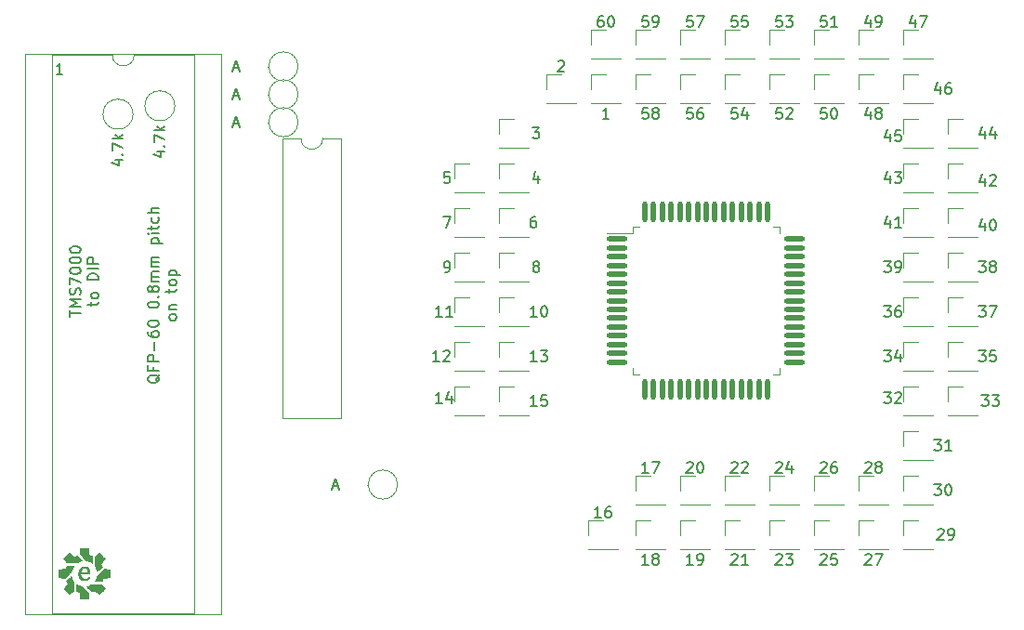
<source format=gto>
G04 #@! TF.GenerationSoftware,KiCad,Pcbnew,(6.0.0)*
G04 #@! TF.CreationDate,2023-01-29T20:42:12-05:00*
G04 #@! TF.ProjectId,tms7000 qfp 60 adapter,746d7337-3030-4302-9071-667020363020,rev?*
G04 #@! TF.SameCoordinates,Original*
G04 #@! TF.FileFunction,Legend,Top*
G04 #@! TF.FilePolarity,Positive*
%FSLAX46Y46*%
G04 Gerber Fmt 4.6, Leading zero omitted, Abs format (unit mm)*
G04 Created by KiCad (PCBNEW (6.0.0)) date 2023-01-29 20:42:12*
%MOMM*%
%LPD*%
G01*
G04 APERTURE LIST*
G04 Aperture macros list*
%AMRoundRect*
0 Rectangle with rounded corners*
0 $1 Rounding radius*
0 $2 $3 $4 $5 $6 $7 $8 $9 X,Y pos of 4 corners*
0 Add a 4 corners polygon primitive as box body*
4,1,4,$2,$3,$4,$5,$6,$7,$8,$9,$2,$3,0*
0 Add four circle primitives for the rounded corners*
1,1,$1+$1,$2,$3*
1,1,$1+$1,$4,$5*
1,1,$1+$1,$6,$7*
1,1,$1+$1,$8,$9*
0 Add four rect primitives between the rounded corners*
20,1,$1+$1,$2,$3,$4,$5,0*
20,1,$1+$1,$4,$5,$6,$7,0*
20,1,$1+$1,$6,$7,$8,$9,0*
20,1,$1+$1,$8,$9,$2,$3,0*%
G04 Aperture macros list end*
%ADD10C,0.150000*%
%ADD11C,0.120000*%
%ADD12R,1.700000X1.700000*%
%ADD13R,1.600000X1.600000*%
%ADD14O,1.600000X1.600000*%
%ADD15C,1.600000*%
%ADD16O,1.400000X1.400000*%
%ADD17RoundRect,0.137500X-0.800000X-0.137500X0.800000X-0.137500X0.800000X0.137500X-0.800000X0.137500X0*%
%ADD18RoundRect,0.137500X-0.137500X-0.800000X0.137500X-0.800000X0.137500X0.800000X-0.137500X0.800000X0*%
G04 APERTURE END LIST*
D10*
X191262095Y-84383619D02*
X191309714Y-84336000D01*
X191404952Y-84288380D01*
X191643047Y-84288380D01*
X191738285Y-84336000D01*
X191785904Y-84383619D01*
X191833523Y-84478857D01*
X191833523Y-84574095D01*
X191785904Y-84716952D01*
X191214476Y-85288380D01*
X191833523Y-85288380D01*
X192690666Y-84288380D02*
X192500190Y-84288380D01*
X192404952Y-84336000D01*
X192357333Y-84383619D01*
X192262095Y-84526476D01*
X192214476Y-84716952D01*
X192214476Y-85097904D01*
X192262095Y-85193142D01*
X192309714Y-85240761D01*
X192404952Y-85288380D01*
X192595428Y-85288380D01*
X192690666Y-85240761D01*
X192738285Y-85193142D01*
X192785904Y-85097904D01*
X192785904Y-84859809D01*
X192738285Y-84764571D01*
X192690666Y-84716952D01*
X192595428Y-84669333D01*
X192404952Y-84669333D01*
X192309714Y-84716952D01*
X192262095Y-84764571D01*
X192214476Y-84859809D01*
X205692476Y-74128380D02*
X206311523Y-74128380D01*
X205978190Y-74509333D01*
X206121047Y-74509333D01*
X206216285Y-74556952D01*
X206263904Y-74604571D01*
X206311523Y-74699809D01*
X206311523Y-74937904D01*
X206263904Y-75033142D01*
X206216285Y-75080761D01*
X206121047Y-75128380D01*
X205835333Y-75128380D01*
X205740095Y-75080761D01*
X205692476Y-75033142D01*
X207216285Y-74128380D02*
X206740095Y-74128380D01*
X206692476Y-74604571D01*
X206740095Y-74556952D01*
X206835333Y-74509333D01*
X207073428Y-74509333D01*
X207168666Y-74556952D01*
X207216285Y-74604571D01*
X207263904Y-74699809D01*
X207263904Y-74937904D01*
X207216285Y-75033142D01*
X207168666Y-75080761D01*
X207073428Y-75128380D01*
X206835333Y-75128380D01*
X206740095Y-75080761D01*
X206692476Y-75033142D01*
X183657904Y-52030380D02*
X183181714Y-52030380D01*
X183134095Y-52506571D01*
X183181714Y-52458952D01*
X183276952Y-52411333D01*
X183515047Y-52411333D01*
X183610285Y-52458952D01*
X183657904Y-52506571D01*
X183705523Y-52601809D01*
X183705523Y-52839904D01*
X183657904Y-52935142D01*
X183610285Y-52982761D01*
X183515047Y-53030380D01*
X183276952Y-53030380D01*
X183181714Y-52982761D01*
X183134095Y-52935142D01*
X184562666Y-52363714D02*
X184562666Y-53030380D01*
X184324571Y-51982761D02*
X184086476Y-52697047D01*
X184705523Y-52697047D01*
X183134095Y-92765619D02*
X183181714Y-92718000D01*
X183276952Y-92670380D01*
X183515047Y-92670380D01*
X183610285Y-92718000D01*
X183657904Y-92765619D01*
X183705523Y-92860857D01*
X183705523Y-92956095D01*
X183657904Y-93098952D01*
X183086476Y-93670380D01*
X183705523Y-93670380D01*
X184657904Y-93670380D02*
X184086476Y-93670380D01*
X184372190Y-93670380D02*
X184372190Y-92670380D01*
X184276952Y-92813238D01*
X184181714Y-92908476D01*
X184086476Y-92956095D01*
X205692476Y-70064380D02*
X206311523Y-70064380D01*
X205978190Y-70445333D01*
X206121047Y-70445333D01*
X206216285Y-70492952D01*
X206263904Y-70540571D01*
X206311523Y-70635809D01*
X206311523Y-70873904D01*
X206263904Y-70969142D01*
X206216285Y-71016761D01*
X206121047Y-71064380D01*
X205835333Y-71064380D01*
X205740095Y-71016761D01*
X205692476Y-70969142D01*
X206644857Y-70064380D02*
X207311523Y-70064380D01*
X206882952Y-71064380D01*
X202152285Y-50077714D02*
X202152285Y-50744380D01*
X201914190Y-49696761D02*
X201676095Y-50411047D01*
X202295142Y-50411047D01*
X203104666Y-49744380D02*
X202914190Y-49744380D01*
X202818952Y-49792000D01*
X202771333Y-49839619D01*
X202676095Y-49982476D01*
X202628476Y-50172952D01*
X202628476Y-50553904D01*
X202676095Y-50649142D01*
X202723714Y-50696761D01*
X202818952Y-50744380D01*
X203009428Y-50744380D01*
X203104666Y-50696761D01*
X203152285Y-50649142D01*
X203199904Y-50553904D01*
X203199904Y-50315809D01*
X203152285Y-50220571D01*
X203104666Y-50172952D01*
X203009428Y-50125333D01*
X202818952Y-50125333D01*
X202723714Y-50172952D01*
X202676095Y-50220571D01*
X202628476Y-50315809D01*
X183134095Y-84383619D02*
X183181714Y-84336000D01*
X183276952Y-84288380D01*
X183515047Y-84288380D01*
X183610285Y-84336000D01*
X183657904Y-84383619D01*
X183705523Y-84478857D01*
X183705523Y-84574095D01*
X183657904Y-84716952D01*
X183086476Y-85288380D01*
X183705523Y-85288380D01*
X184086476Y-84383619D02*
X184134095Y-84336000D01*
X184229333Y-84288380D01*
X184467428Y-84288380D01*
X184562666Y-84336000D01*
X184610285Y-84383619D01*
X184657904Y-84478857D01*
X184657904Y-84574095D01*
X184610285Y-84716952D01*
X184038857Y-85288380D01*
X184657904Y-85288380D01*
X122853380Y-71056095D02*
X122853380Y-70484666D01*
X123853380Y-70770380D02*
X122853380Y-70770380D01*
X123853380Y-70151333D02*
X122853380Y-70151333D01*
X123567666Y-69818000D01*
X122853380Y-69484666D01*
X123853380Y-69484666D01*
X123805761Y-69056095D02*
X123853380Y-68913238D01*
X123853380Y-68675142D01*
X123805761Y-68579904D01*
X123758142Y-68532285D01*
X123662904Y-68484666D01*
X123567666Y-68484666D01*
X123472428Y-68532285D01*
X123424809Y-68579904D01*
X123377190Y-68675142D01*
X123329571Y-68865619D01*
X123281952Y-68960857D01*
X123234333Y-69008476D01*
X123139095Y-69056095D01*
X123043857Y-69056095D01*
X122948619Y-69008476D01*
X122901000Y-68960857D01*
X122853380Y-68865619D01*
X122853380Y-68627523D01*
X122901000Y-68484666D01*
X122853380Y-68151333D02*
X122853380Y-67484666D01*
X123853380Y-67913238D01*
X122853380Y-66913238D02*
X122853380Y-66818000D01*
X122901000Y-66722761D01*
X122948619Y-66675142D01*
X123043857Y-66627523D01*
X123234333Y-66579904D01*
X123472428Y-66579904D01*
X123662904Y-66627523D01*
X123758142Y-66675142D01*
X123805761Y-66722761D01*
X123853380Y-66818000D01*
X123853380Y-66913238D01*
X123805761Y-67008476D01*
X123758142Y-67056095D01*
X123662904Y-67103714D01*
X123472428Y-67151333D01*
X123234333Y-67151333D01*
X123043857Y-67103714D01*
X122948619Y-67056095D01*
X122901000Y-67008476D01*
X122853380Y-66913238D01*
X122853380Y-65960857D02*
X122853380Y-65865619D01*
X122901000Y-65770380D01*
X122948619Y-65722761D01*
X123043857Y-65675142D01*
X123234333Y-65627523D01*
X123472428Y-65627523D01*
X123662904Y-65675142D01*
X123758142Y-65722761D01*
X123805761Y-65770380D01*
X123853380Y-65865619D01*
X123853380Y-65960857D01*
X123805761Y-66056095D01*
X123758142Y-66103714D01*
X123662904Y-66151333D01*
X123472428Y-66198952D01*
X123234333Y-66198952D01*
X123043857Y-66151333D01*
X122948619Y-66103714D01*
X122901000Y-66056095D01*
X122853380Y-65960857D01*
X122853380Y-65008476D02*
X122853380Y-64913238D01*
X122901000Y-64818000D01*
X122948619Y-64770380D01*
X123043857Y-64722761D01*
X123234333Y-64675142D01*
X123472428Y-64675142D01*
X123662904Y-64722761D01*
X123758142Y-64770380D01*
X123805761Y-64818000D01*
X123853380Y-64913238D01*
X123853380Y-65008476D01*
X123805761Y-65103714D01*
X123758142Y-65151333D01*
X123662904Y-65198952D01*
X123472428Y-65246571D01*
X123234333Y-65246571D01*
X123043857Y-65198952D01*
X122948619Y-65151333D01*
X122901000Y-65103714D01*
X122853380Y-65008476D01*
X124796714Y-70079904D02*
X124796714Y-69698952D01*
X124463380Y-69937047D02*
X125320523Y-69937047D01*
X125415761Y-69889428D01*
X125463380Y-69794190D01*
X125463380Y-69698952D01*
X125463380Y-69222761D02*
X125415761Y-69318000D01*
X125368142Y-69365619D01*
X125272904Y-69413238D01*
X124987190Y-69413238D01*
X124891952Y-69365619D01*
X124844333Y-69318000D01*
X124796714Y-69222761D01*
X124796714Y-69079904D01*
X124844333Y-68984666D01*
X124891952Y-68937047D01*
X124987190Y-68889428D01*
X125272904Y-68889428D01*
X125368142Y-68937047D01*
X125415761Y-68984666D01*
X125463380Y-69079904D01*
X125463380Y-69222761D01*
X125463380Y-67698952D02*
X124463380Y-67698952D01*
X124463380Y-67460857D01*
X124511000Y-67318000D01*
X124606238Y-67222761D01*
X124701476Y-67175142D01*
X124891952Y-67127523D01*
X125034809Y-67127523D01*
X125225285Y-67175142D01*
X125320523Y-67222761D01*
X125415761Y-67318000D01*
X125463380Y-67460857D01*
X125463380Y-67698952D01*
X125463380Y-66698952D02*
X124463380Y-66698952D01*
X125463380Y-66222761D02*
X124463380Y-66222761D01*
X124463380Y-65841809D01*
X124511000Y-65746571D01*
X124558619Y-65698952D01*
X124653857Y-65651333D01*
X124796714Y-65651333D01*
X124891952Y-65698952D01*
X124939571Y-65746571D01*
X124987190Y-65841809D01*
X124987190Y-66222761D01*
X191785904Y-52030380D02*
X191309714Y-52030380D01*
X191262095Y-52506571D01*
X191309714Y-52458952D01*
X191404952Y-52411333D01*
X191643047Y-52411333D01*
X191738285Y-52458952D01*
X191785904Y-52506571D01*
X191833523Y-52601809D01*
X191833523Y-52839904D01*
X191785904Y-52935142D01*
X191738285Y-52982761D01*
X191643047Y-53030380D01*
X191404952Y-53030380D01*
X191309714Y-52982761D01*
X191262095Y-52935142D01*
X192452571Y-52030380D02*
X192547809Y-52030380D01*
X192643047Y-52078000D01*
X192690666Y-52125619D01*
X192738285Y-52220857D01*
X192785904Y-52411333D01*
X192785904Y-52649428D01*
X192738285Y-52839904D01*
X192690666Y-52935142D01*
X192643047Y-52982761D01*
X192547809Y-53030380D01*
X192452571Y-53030380D01*
X192357333Y-52982761D01*
X192309714Y-52935142D01*
X192262095Y-52839904D01*
X192214476Y-52649428D01*
X192214476Y-52411333D01*
X192262095Y-52220857D01*
X192309714Y-52125619D01*
X192357333Y-52078000D01*
X192452571Y-52030380D01*
X205946476Y-78192380D02*
X206565523Y-78192380D01*
X206232190Y-78573333D01*
X206375047Y-78573333D01*
X206470285Y-78620952D01*
X206517904Y-78668571D01*
X206565523Y-78763809D01*
X206565523Y-79001904D01*
X206517904Y-79097142D01*
X206470285Y-79144761D01*
X206375047Y-79192380D01*
X206089333Y-79192380D01*
X205994095Y-79144761D01*
X205946476Y-79097142D01*
X206898857Y-78192380D02*
X207517904Y-78192380D01*
X207184571Y-78573333D01*
X207327428Y-78573333D01*
X207422666Y-78620952D01*
X207470285Y-78668571D01*
X207517904Y-78763809D01*
X207517904Y-79001904D01*
X207470285Y-79097142D01*
X207422666Y-79144761D01*
X207327428Y-79192380D01*
X207041714Y-79192380D01*
X206946476Y-79144761D01*
X206898857Y-79097142D01*
X175577523Y-85288380D02*
X175006095Y-85288380D01*
X175291809Y-85288380D02*
X175291809Y-84288380D01*
X175196571Y-84431238D01*
X175101333Y-84526476D01*
X175006095Y-84574095D01*
X175910857Y-84288380D02*
X176577523Y-84288380D01*
X176148952Y-85288380D01*
X195802285Y-52363714D02*
X195802285Y-53030380D01*
X195564190Y-51982761D02*
X195326095Y-52697047D01*
X195945142Y-52697047D01*
X196468952Y-52458952D02*
X196373714Y-52411333D01*
X196326095Y-52363714D01*
X196278476Y-52268476D01*
X196278476Y-52220857D01*
X196326095Y-52125619D01*
X196373714Y-52078000D01*
X196468952Y-52030380D01*
X196659428Y-52030380D01*
X196754666Y-52078000D01*
X196802285Y-52125619D01*
X196849904Y-52220857D01*
X196849904Y-52268476D01*
X196802285Y-52363714D01*
X196754666Y-52411333D01*
X196659428Y-52458952D01*
X196468952Y-52458952D01*
X196373714Y-52506571D01*
X196326095Y-52554190D01*
X196278476Y-52649428D01*
X196278476Y-52839904D01*
X196326095Y-52935142D01*
X196373714Y-52982761D01*
X196468952Y-53030380D01*
X196659428Y-53030380D01*
X196754666Y-52982761D01*
X196802285Y-52935142D01*
X196849904Y-52839904D01*
X196849904Y-52649428D01*
X196802285Y-52554190D01*
X196754666Y-52506571D01*
X196659428Y-52458952D01*
X201930095Y-90479619D02*
X201977714Y-90432000D01*
X202072952Y-90384380D01*
X202311047Y-90384380D01*
X202406285Y-90432000D01*
X202453904Y-90479619D01*
X202501523Y-90574857D01*
X202501523Y-90670095D01*
X202453904Y-90812952D01*
X201882476Y-91384380D01*
X202501523Y-91384380D01*
X202977714Y-91384380D02*
X203168190Y-91384380D01*
X203263428Y-91336761D01*
X203311047Y-91289142D01*
X203406285Y-91146285D01*
X203453904Y-90955809D01*
X203453904Y-90574857D01*
X203406285Y-90479619D01*
X203358666Y-90432000D01*
X203263428Y-90384380D01*
X203072952Y-90384380D01*
X202977714Y-90432000D01*
X202930095Y-90479619D01*
X202882476Y-90574857D01*
X202882476Y-90812952D01*
X202930095Y-90908190D01*
X202977714Y-90955809D01*
X203072952Y-91003428D01*
X203263428Y-91003428D01*
X203358666Y-90955809D01*
X203406285Y-90908190D01*
X203453904Y-90812952D01*
X167354285Y-47807619D02*
X167401904Y-47760000D01*
X167497142Y-47712380D01*
X167735238Y-47712380D01*
X167830476Y-47760000D01*
X167878095Y-47807619D01*
X167925714Y-47902857D01*
X167925714Y-47998095D01*
X167878095Y-48140952D01*
X167306666Y-48712380D01*
X167925714Y-48712380D01*
X165417523Y-75128380D02*
X164846095Y-75128380D01*
X165131809Y-75128380D02*
X165131809Y-74128380D01*
X165036571Y-74271238D01*
X164941333Y-74366476D01*
X164846095Y-74414095D01*
X165750857Y-74128380D02*
X166369904Y-74128380D01*
X166036571Y-74509333D01*
X166179428Y-74509333D01*
X166274666Y-74556952D01*
X166322285Y-74604571D01*
X166369904Y-74699809D01*
X166369904Y-74937904D01*
X166322285Y-75033142D01*
X166274666Y-75080761D01*
X166179428Y-75128380D01*
X165893714Y-75128380D01*
X165798476Y-75080761D01*
X165750857Y-75033142D01*
X156781523Y-71064380D02*
X156210095Y-71064380D01*
X156495809Y-71064380D02*
X156495809Y-70064380D01*
X156400571Y-70207238D01*
X156305333Y-70302476D01*
X156210095Y-70350095D01*
X157733904Y-71064380D02*
X157162476Y-71064380D01*
X157448190Y-71064380D02*
X157448190Y-70064380D01*
X157352952Y-70207238D01*
X157257714Y-70302476D01*
X157162476Y-70350095D01*
X195326095Y-84383619D02*
X195373714Y-84336000D01*
X195468952Y-84288380D01*
X195707047Y-84288380D01*
X195802285Y-84336000D01*
X195849904Y-84383619D01*
X195897523Y-84478857D01*
X195897523Y-84574095D01*
X195849904Y-84716952D01*
X195278476Y-85288380D01*
X195897523Y-85288380D01*
X196468952Y-84716952D02*
X196373714Y-84669333D01*
X196326095Y-84621714D01*
X196278476Y-84526476D01*
X196278476Y-84478857D01*
X196326095Y-84383619D01*
X196373714Y-84336000D01*
X196468952Y-84288380D01*
X196659428Y-84288380D01*
X196754666Y-84336000D01*
X196802285Y-84383619D01*
X196849904Y-84478857D01*
X196849904Y-84526476D01*
X196802285Y-84621714D01*
X196754666Y-84669333D01*
X196659428Y-84716952D01*
X196468952Y-84716952D01*
X196373714Y-84764571D01*
X196326095Y-84812190D01*
X196278476Y-84907428D01*
X196278476Y-85097904D01*
X196326095Y-85193142D01*
X196373714Y-85240761D01*
X196468952Y-85288380D01*
X196659428Y-85288380D01*
X196754666Y-85240761D01*
X196802285Y-85193142D01*
X196849904Y-85097904D01*
X196849904Y-84907428D01*
X196802285Y-84812190D01*
X196754666Y-84764571D01*
X196659428Y-84716952D01*
X179593904Y-43648380D02*
X179117714Y-43648380D01*
X179070095Y-44124571D01*
X179117714Y-44076952D01*
X179212952Y-44029333D01*
X179451047Y-44029333D01*
X179546285Y-44076952D01*
X179593904Y-44124571D01*
X179641523Y-44219809D01*
X179641523Y-44457904D01*
X179593904Y-44553142D01*
X179546285Y-44600761D01*
X179451047Y-44648380D01*
X179212952Y-44648380D01*
X179117714Y-44600761D01*
X179070095Y-44553142D01*
X179974857Y-43648380D02*
X180641523Y-43648380D01*
X180212952Y-44648380D01*
X197056476Y-74128380D02*
X197675523Y-74128380D01*
X197342190Y-74509333D01*
X197485047Y-74509333D01*
X197580285Y-74556952D01*
X197627904Y-74604571D01*
X197675523Y-74699809D01*
X197675523Y-74937904D01*
X197627904Y-75033142D01*
X197580285Y-75080761D01*
X197485047Y-75128380D01*
X197199333Y-75128380D01*
X197104095Y-75080761D01*
X197056476Y-75033142D01*
X198532666Y-74461714D02*
X198532666Y-75128380D01*
X198294571Y-74080761D02*
X198056476Y-74795047D01*
X198675523Y-74795047D01*
X165417523Y-71064380D02*
X164846095Y-71064380D01*
X165131809Y-71064380D02*
X165131809Y-70064380D01*
X165036571Y-70207238D01*
X164941333Y-70302476D01*
X164846095Y-70350095D01*
X166036571Y-70064380D02*
X166131809Y-70064380D01*
X166227047Y-70112000D01*
X166274666Y-70159619D01*
X166322285Y-70254857D01*
X166369904Y-70445333D01*
X166369904Y-70683428D01*
X166322285Y-70873904D01*
X166274666Y-70969142D01*
X166227047Y-71016761D01*
X166131809Y-71064380D01*
X166036571Y-71064380D01*
X165941333Y-71016761D01*
X165893714Y-70969142D01*
X165846095Y-70873904D01*
X165798476Y-70683428D01*
X165798476Y-70445333D01*
X165846095Y-70254857D01*
X165893714Y-70159619D01*
X165941333Y-70112000D01*
X166036571Y-70064380D01*
X179593904Y-52030380D02*
X179117714Y-52030380D01*
X179070095Y-52506571D01*
X179117714Y-52458952D01*
X179212952Y-52411333D01*
X179451047Y-52411333D01*
X179546285Y-52458952D01*
X179593904Y-52506571D01*
X179641523Y-52601809D01*
X179641523Y-52839904D01*
X179593904Y-52935142D01*
X179546285Y-52982761D01*
X179451047Y-53030380D01*
X179212952Y-53030380D01*
X179117714Y-52982761D01*
X179070095Y-52935142D01*
X180498666Y-52030380D02*
X180308190Y-52030380D01*
X180212952Y-52078000D01*
X180165333Y-52125619D01*
X180070095Y-52268476D01*
X180022476Y-52458952D01*
X180022476Y-52839904D01*
X180070095Y-52935142D01*
X180117714Y-52982761D01*
X180212952Y-53030380D01*
X180403428Y-53030380D01*
X180498666Y-52982761D01*
X180546285Y-52935142D01*
X180593904Y-52839904D01*
X180593904Y-52601809D01*
X180546285Y-52506571D01*
X180498666Y-52458952D01*
X180403428Y-52411333D01*
X180212952Y-52411333D01*
X180117714Y-52458952D01*
X180070095Y-52506571D01*
X180022476Y-52601809D01*
X197580285Y-54395714D02*
X197580285Y-55062380D01*
X197342190Y-54014761D02*
X197104095Y-54729047D01*
X197723142Y-54729047D01*
X198580285Y-54062380D02*
X198104095Y-54062380D01*
X198056476Y-54538571D01*
X198104095Y-54490952D01*
X198199333Y-54443333D01*
X198437428Y-54443333D01*
X198532666Y-54490952D01*
X198580285Y-54538571D01*
X198627904Y-54633809D01*
X198627904Y-54871904D01*
X198580285Y-54967142D01*
X198532666Y-55014761D01*
X198437428Y-55062380D01*
X198199333Y-55062380D01*
X198104095Y-55014761D01*
X198056476Y-54967142D01*
X199866285Y-43981714D02*
X199866285Y-44648380D01*
X199628190Y-43600761D02*
X199390095Y-44315047D01*
X200009142Y-44315047D01*
X200294857Y-43648380D02*
X200961523Y-43648380D01*
X200532952Y-44648380D01*
X179070095Y-84383619D02*
X179117714Y-84336000D01*
X179212952Y-84288380D01*
X179451047Y-84288380D01*
X179546285Y-84336000D01*
X179593904Y-84383619D01*
X179641523Y-84478857D01*
X179641523Y-84574095D01*
X179593904Y-84716952D01*
X179022476Y-85288380D01*
X179641523Y-85288380D01*
X180260571Y-84288380D02*
X180355809Y-84288380D01*
X180451047Y-84336000D01*
X180498666Y-84383619D01*
X180546285Y-84478857D01*
X180593904Y-84669333D01*
X180593904Y-84907428D01*
X180546285Y-85097904D01*
X180498666Y-85193142D01*
X180451047Y-85240761D01*
X180355809Y-85288380D01*
X180260571Y-85288380D01*
X180165333Y-85240761D01*
X180117714Y-85193142D01*
X180070095Y-85097904D01*
X180022476Y-84907428D01*
X180022476Y-84669333D01*
X180070095Y-84478857D01*
X180117714Y-84383619D01*
X180165333Y-84336000D01*
X180260571Y-84288380D01*
X187198095Y-92765619D02*
X187245714Y-92718000D01*
X187340952Y-92670380D01*
X187579047Y-92670380D01*
X187674285Y-92718000D01*
X187721904Y-92765619D01*
X187769523Y-92860857D01*
X187769523Y-92956095D01*
X187721904Y-93098952D01*
X187150476Y-93670380D01*
X187769523Y-93670380D01*
X188102857Y-92670380D02*
X188721904Y-92670380D01*
X188388571Y-93051333D01*
X188531428Y-93051333D01*
X188626666Y-93098952D01*
X188674285Y-93146571D01*
X188721904Y-93241809D01*
X188721904Y-93479904D01*
X188674285Y-93575142D01*
X188626666Y-93622761D01*
X188531428Y-93670380D01*
X188245714Y-93670380D01*
X188150476Y-93622761D01*
X188102857Y-93575142D01*
X206216285Y-62523714D02*
X206216285Y-63190380D01*
X205978190Y-62142761D02*
X205740095Y-62857047D01*
X206359142Y-62857047D01*
X206930571Y-62190380D02*
X207025809Y-62190380D01*
X207121047Y-62238000D01*
X207168666Y-62285619D01*
X207216285Y-62380857D01*
X207263904Y-62571333D01*
X207263904Y-62809428D01*
X207216285Y-62999904D01*
X207168666Y-63095142D01*
X207121047Y-63142761D01*
X207025809Y-63190380D01*
X206930571Y-63190380D01*
X206835333Y-63142761D01*
X206787714Y-63095142D01*
X206740095Y-62999904D01*
X206692476Y-62809428D01*
X206692476Y-62571333D01*
X206740095Y-62380857D01*
X206787714Y-62285619D01*
X206835333Y-62238000D01*
X206930571Y-62190380D01*
X175529904Y-52030380D02*
X175053714Y-52030380D01*
X175006095Y-52506571D01*
X175053714Y-52458952D01*
X175148952Y-52411333D01*
X175387047Y-52411333D01*
X175482285Y-52458952D01*
X175529904Y-52506571D01*
X175577523Y-52601809D01*
X175577523Y-52839904D01*
X175529904Y-52935142D01*
X175482285Y-52982761D01*
X175387047Y-53030380D01*
X175148952Y-53030380D01*
X175053714Y-52982761D01*
X175006095Y-52935142D01*
X176148952Y-52458952D02*
X176053714Y-52411333D01*
X176006095Y-52363714D01*
X175958476Y-52268476D01*
X175958476Y-52220857D01*
X176006095Y-52125619D01*
X176053714Y-52078000D01*
X176148952Y-52030380D01*
X176339428Y-52030380D01*
X176434666Y-52078000D01*
X176482285Y-52125619D01*
X176529904Y-52220857D01*
X176529904Y-52268476D01*
X176482285Y-52363714D01*
X176434666Y-52411333D01*
X176339428Y-52458952D01*
X176148952Y-52458952D01*
X176053714Y-52506571D01*
X176006095Y-52554190D01*
X175958476Y-52649428D01*
X175958476Y-52839904D01*
X176006095Y-52935142D01*
X176053714Y-52982761D01*
X176148952Y-53030380D01*
X176339428Y-53030380D01*
X176434666Y-52982761D01*
X176482285Y-52935142D01*
X176529904Y-52839904D01*
X176529904Y-52649428D01*
X176482285Y-52554190D01*
X176434666Y-52506571D01*
X176339428Y-52458952D01*
X156892666Y-61936380D02*
X157559333Y-61936380D01*
X157130761Y-62936380D01*
X201628476Y-86320380D02*
X202247523Y-86320380D01*
X201914190Y-86701333D01*
X202057047Y-86701333D01*
X202152285Y-86748952D01*
X202199904Y-86796571D01*
X202247523Y-86891809D01*
X202247523Y-87129904D01*
X202199904Y-87225142D01*
X202152285Y-87272761D01*
X202057047Y-87320380D01*
X201771333Y-87320380D01*
X201676095Y-87272761D01*
X201628476Y-87225142D01*
X202866571Y-86320380D02*
X202961809Y-86320380D01*
X203057047Y-86368000D01*
X203104666Y-86415619D01*
X203152285Y-86510857D01*
X203199904Y-86701333D01*
X203199904Y-86939428D01*
X203152285Y-87129904D01*
X203104666Y-87225142D01*
X203057047Y-87272761D01*
X202961809Y-87320380D01*
X202866571Y-87320380D01*
X202771333Y-87272761D01*
X202723714Y-87225142D01*
X202676095Y-87129904D01*
X202628476Y-86939428D01*
X202628476Y-86701333D01*
X202676095Y-86510857D01*
X202723714Y-86415619D01*
X202771333Y-86368000D01*
X202866571Y-86320380D01*
X171418285Y-43648380D02*
X171227809Y-43648380D01*
X171132571Y-43696000D01*
X171084952Y-43743619D01*
X170989714Y-43886476D01*
X170942095Y-44076952D01*
X170942095Y-44457904D01*
X170989714Y-44553142D01*
X171037333Y-44600761D01*
X171132571Y-44648380D01*
X171323047Y-44648380D01*
X171418285Y-44600761D01*
X171465904Y-44553142D01*
X171513523Y-44457904D01*
X171513523Y-44219809D01*
X171465904Y-44124571D01*
X171418285Y-44076952D01*
X171323047Y-44029333D01*
X171132571Y-44029333D01*
X171037333Y-44076952D01*
X170989714Y-44124571D01*
X170942095Y-44219809D01*
X172132571Y-43648380D02*
X172227809Y-43648380D01*
X172323047Y-43696000D01*
X172370666Y-43743619D01*
X172418285Y-43838857D01*
X172465904Y-44029333D01*
X172465904Y-44267428D01*
X172418285Y-44457904D01*
X172370666Y-44553142D01*
X172323047Y-44600761D01*
X172227809Y-44648380D01*
X172132571Y-44648380D01*
X172037333Y-44600761D01*
X171989714Y-44553142D01*
X171942095Y-44457904D01*
X171894476Y-44267428D01*
X171894476Y-44029333D01*
X171942095Y-43838857D01*
X171989714Y-43743619D01*
X172037333Y-43696000D01*
X172132571Y-43648380D01*
X195802285Y-43981714D02*
X195802285Y-44648380D01*
X195564190Y-43600761D02*
X195326095Y-44315047D01*
X195945142Y-44315047D01*
X196373714Y-44648380D02*
X196564190Y-44648380D01*
X196659428Y-44600761D01*
X196707047Y-44553142D01*
X196802285Y-44410285D01*
X196849904Y-44219809D01*
X196849904Y-43838857D01*
X196802285Y-43743619D01*
X196754666Y-43696000D01*
X196659428Y-43648380D01*
X196468952Y-43648380D01*
X196373714Y-43696000D01*
X196326095Y-43743619D01*
X196278476Y-43838857D01*
X196278476Y-44076952D01*
X196326095Y-44172190D01*
X196373714Y-44219809D01*
X196468952Y-44267428D01*
X196659428Y-44267428D01*
X196754666Y-44219809D01*
X196802285Y-44172190D01*
X196849904Y-44076952D01*
X201628476Y-82256380D02*
X202247523Y-82256380D01*
X201914190Y-82637333D01*
X202057047Y-82637333D01*
X202152285Y-82684952D01*
X202199904Y-82732571D01*
X202247523Y-82827809D01*
X202247523Y-83065904D01*
X202199904Y-83161142D01*
X202152285Y-83208761D01*
X202057047Y-83256380D01*
X201771333Y-83256380D01*
X201676095Y-83208761D01*
X201628476Y-83161142D01*
X203199904Y-83256380D02*
X202628476Y-83256380D01*
X202914190Y-83256380D02*
X202914190Y-82256380D01*
X202818952Y-82399238D01*
X202723714Y-82494476D01*
X202628476Y-82542095D01*
X165258761Y-66428952D02*
X165163523Y-66381333D01*
X165115904Y-66333714D01*
X165068285Y-66238476D01*
X165068285Y-66190857D01*
X165115904Y-66095619D01*
X165163523Y-66048000D01*
X165258761Y-66000380D01*
X165449238Y-66000380D01*
X165544476Y-66048000D01*
X165592095Y-66095619D01*
X165639714Y-66190857D01*
X165639714Y-66238476D01*
X165592095Y-66333714D01*
X165544476Y-66381333D01*
X165449238Y-66428952D01*
X165258761Y-66428952D01*
X165163523Y-66476571D01*
X165115904Y-66524190D01*
X165068285Y-66619428D01*
X165068285Y-66809904D01*
X165115904Y-66905142D01*
X165163523Y-66952761D01*
X165258761Y-67000380D01*
X165449238Y-67000380D01*
X165544476Y-66952761D01*
X165592095Y-66905142D01*
X165639714Y-66809904D01*
X165639714Y-66619428D01*
X165592095Y-66524190D01*
X165544476Y-66476571D01*
X165449238Y-66428952D01*
X205692476Y-66000380D02*
X206311523Y-66000380D01*
X205978190Y-66381333D01*
X206121047Y-66381333D01*
X206216285Y-66428952D01*
X206263904Y-66476571D01*
X206311523Y-66571809D01*
X206311523Y-66809904D01*
X206263904Y-66905142D01*
X206216285Y-66952761D01*
X206121047Y-67000380D01*
X205835333Y-67000380D01*
X205740095Y-66952761D01*
X205692476Y-66905142D01*
X206882952Y-66428952D02*
X206787714Y-66381333D01*
X206740095Y-66333714D01*
X206692476Y-66238476D01*
X206692476Y-66190857D01*
X206740095Y-66095619D01*
X206787714Y-66048000D01*
X206882952Y-66000380D01*
X207073428Y-66000380D01*
X207168666Y-66048000D01*
X207216285Y-66095619D01*
X207263904Y-66190857D01*
X207263904Y-66238476D01*
X207216285Y-66333714D01*
X207168666Y-66381333D01*
X207073428Y-66428952D01*
X206882952Y-66428952D01*
X206787714Y-66476571D01*
X206740095Y-66524190D01*
X206692476Y-66619428D01*
X206692476Y-66809904D01*
X206740095Y-66905142D01*
X206787714Y-66952761D01*
X206882952Y-67000380D01*
X207073428Y-67000380D01*
X207168666Y-66952761D01*
X207216285Y-66905142D01*
X207263904Y-66809904D01*
X207263904Y-66619428D01*
X207216285Y-66524190D01*
X207168666Y-66476571D01*
X207073428Y-66428952D01*
X179641523Y-93670380D02*
X179070095Y-93670380D01*
X179355809Y-93670380D02*
X179355809Y-92670380D01*
X179260571Y-92813238D01*
X179165333Y-92908476D01*
X179070095Y-92956095D01*
X180117714Y-93670380D02*
X180308190Y-93670380D01*
X180403428Y-93622761D01*
X180451047Y-93575142D01*
X180546285Y-93432285D01*
X180593904Y-93241809D01*
X180593904Y-92860857D01*
X180546285Y-92765619D01*
X180498666Y-92718000D01*
X180403428Y-92670380D01*
X180212952Y-92670380D01*
X180117714Y-92718000D01*
X180070095Y-92765619D01*
X180022476Y-92860857D01*
X180022476Y-93098952D01*
X180070095Y-93194190D01*
X180117714Y-93241809D01*
X180212952Y-93289428D01*
X180403428Y-93289428D01*
X180498666Y-93241809D01*
X180546285Y-93194190D01*
X180593904Y-93098952D01*
X156527523Y-75128380D02*
X155956095Y-75128380D01*
X156241809Y-75128380D02*
X156241809Y-74128380D01*
X156146571Y-74271238D01*
X156051333Y-74366476D01*
X155956095Y-74414095D01*
X156908476Y-74223619D02*
X156956095Y-74176000D01*
X157051333Y-74128380D01*
X157289428Y-74128380D01*
X157384666Y-74176000D01*
X157432285Y-74223619D01*
X157479904Y-74318857D01*
X157479904Y-74414095D01*
X157432285Y-74556952D01*
X156860857Y-75128380D01*
X157479904Y-75128380D01*
X187198095Y-84383619D02*
X187245714Y-84336000D01*
X187340952Y-84288380D01*
X187579047Y-84288380D01*
X187674285Y-84336000D01*
X187721904Y-84383619D01*
X187769523Y-84478857D01*
X187769523Y-84574095D01*
X187721904Y-84716952D01*
X187150476Y-85288380D01*
X187769523Y-85288380D01*
X188626666Y-84621714D02*
X188626666Y-85288380D01*
X188388571Y-84240761D02*
X188150476Y-84955047D01*
X188769523Y-84955047D01*
X171259523Y-89352380D02*
X170688095Y-89352380D01*
X170973809Y-89352380D02*
X170973809Y-88352380D01*
X170878571Y-88495238D01*
X170783333Y-88590476D01*
X170688095Y-88638095D01*
X172116666Y-88352380D02*
X171926190Y-88352380D01*
X171830952Y-88400000D01*
X171783333Y-88447619D01*
X171688095Y-88590476D01*
X171640476Y-88780952D01*
X171640476Y-89161904D01*
X171688095Y-89257142D01*
X171735714Y-89304761D01*
X171830952Y-89352380D01*
X172021428Y-89352380D01*
X172116666Y-89304761D01*
X172164285Y-89257142D01*
X172211904Y-89161904D01*
X172211904Y-88923809D01*
X172164285Y-88828571D01*
X172116666Y-88780952D01*
X172021428Y-88733333D01*
X171830952Y-88733333D01*
X171735714Y-88780952D01*
X171688095Y-88828571D01*
X171640476Y-88923809D01*
X197056476Y-70064380D02*
X197675523Y-70064380D01*
X197342190Y-70445333D01*
X197485047Y-70445333D01*
X197580285Y-70492952D01*
X197627904Y-70540571D01*
X197675523Y-70635809D01*
X197675523Y-70873904D01*
X197627904Y-70969142D01*
X197580285Y-71016761D01*
X197485047Y-71064380D01*
X197199333Y-71064380D01*
X197104095Y-71016761D01*
X197056476Y-70969142D01*
X198532666Y-70064380D02*
X198342190Y-70064380D01*
X198246952Y-70112000D01*
X198199333Y-70159619D01*
X198104095Y-70302476D01*
X198056476Y-70492952D01*
X198056476Y-70873904D01*
X198104095Y-70969142D01*
X198151714Y-71016761D01*
X198246952Y-71064380D01*
X198437428Y-71064380D01*
X198532666Y-71016761D01*
X198580285Y-70969142D01*
X198627904Y-70873904D01*
X198627904Y-70635809D01*
X198580285Y-70540571D01*
X198532666Y-70492952D01*
X198437428Y-70445333D01*
X198246952Y-70445333D01*
X198151714Y-70492952D01*
X198104095Y-70540571D01*
X198056476Y-70635809D01*
X187721904Y-43648380D02*
X187245714Y-43648380D01*
X187198095Y-44124571D01*
X187245714Y-44076952D01*
X187340952Y-44029333D01*
X187579047Y-44029333D01*
X187674285Y-44076952D01*
X187721904Y-44124571D01*
X187769523Y-44219809D01*
X187769523Y-44457904D01*
X187721904Y-44553142D01*
X187674285Y-44600761D01*
X187579047Y-44648380D01*
X187340952Y-44648380D01*
X187245714Y-44600761D01*
X187198095Y-44553142D01*
X188102857Y-43648380D02*
X188721904Y-43648380D01*
X188388571Y-44029333D01*
X188531428Y-44029333D01*
X188626666Y-44076952D01*
X188674285Y-44124571D01*
X188721904Y-44219809D01*
X188721904Y-44457904D01*
X188674285Y-44553142D01*
X188626666Y-44600761D01*
X188531428Y-44648380D01*
X188245714Y-44648380D01*
X188150476Y-44600761D01*
X188102857Y-44553142D01*
X122205714Y-48966380D02*
X121634285Y-48966380D01*
X121920000Y-48966380D02*
X121920000Y-47966380D01*
X121824761Y-48109238D01*
X121729523Y-48204476D01*
X121634285Y-48252095D01*
X157464095Y-57872380D02*
X156987904Y-57872380D01*
X156940285Y-58348571D01*
X156987904Y-58300952D01*
X157083142Y-58253333D01*
X157321238Y-58253333D01*
X157416476Y-58300952D01*
X157464095Y-58348571D01*
X157511714Y-58443809D01*
X157511714Y-58681904D01*
X157464095Y-58777142D01*
X157416476Y-58824761D01*
X157321238Y-58872380D01*
X157083142Y-58872380D01*
X156987904Y-58824761D01*
X156940285Y-58777142D01*
X206216285Y-58459714D02*
X206216285Y-59126380D01*
X205978190Y-58078761D02*
X205740095Y-58793047D01*
X206359142Y-58793047D01*
X206692476Y-58221619D02*
X206740095Y-58174000D01*
X206835333Y-58126380D01*
X207073428Y-58126380D01*
X207168666Y-58174000D01*
X207216285Y-58221619D01*
X207263904Y-58316857D01*
X207263904Y-58412095D01*
X207216285Y-58554952D01*
X206644857Y-59126380D01*
X207263904Y-59126380D01*
X197056476Y-77938380D02*
X197675523Y-77938380D01*
X197342190Y-78319333D01*
X197485047Y-78319333D01*
X197580285Y-78366952D01*
X197627904Y-78414571D01*
X197675523Y-78509809D01*
X197675523Y-78747904D01*
X197627904Y-78843142D01*
X197580285Y-78890761D01*
X197485047Y-78938380D01*
X197199333Y-78938380D01*
X197104095Y-78890761D01*
X197056476Y-78843142D01*
X198056476Y-78033619D02*
X198104095Y-77986000D01*
X198199333Y-77938380D01*
X198437428Y-77938380D01*
X198532666Y-77986000D01*
X198580285Y-78033619D01*
X198627904Y-78128857D01*
X198627904Y-78224095D01*
X198580285Y-78366952D01*
X198008857Y-78938380D01*
X198627904Y-78938380D01*
X175529904Y-43648380D02*
X175053714Y-43648380D01*
X175006095Y-44124571D01*
X175053714Y-44076952D01*
X175148952Y-44029333D01*
X175387047Y-44029333D01*
X175482285Y-44076952D01*
X175529904Y-44124571D01*
X175577523Y-44219809D01*
X175577523Y-44457904D01*
X175529904Y-44553142D01*
X175482285Y-44600761D01*
X175387047Y-44648380D01*
X175148952Y-44648380D01*
X175053714Y-44600761D01*
X175006095Y-44553142D01*
X176053714Y-44648380D02*
X176244190Y-44648380D01*
X176339428Y-44600761D01*
X176387047Y-44553142D01*
X176482285Y-44410285D01*
X176529904Y-44219809D01*
X176529904Y-43838857D01*
X176482285Y-43743619D01*
X176434666Y-43696000D01*
X176339428Y-43648380D01*
X176148952Y-43648380D01*
X176053714Y-43696000D01*
X176006095Y-43743619D01*
X175958476Y-43838857D01*
X175958476Y-44076952D01*
X176006095Y-44172190D01*
X176053714Y-44219809D01*
X176148952Y-44267428D01*
X176339428Y-44267428D01*
X176434666Y-44219809D01*
X176482285Y-44172190D01*
X176529904Y-44076952D01*
X165417523Y-79192380D02*
X164846095Y-79192380D01*
X165131809Y-79192380D02*
X165131809Y-78192380D01*
X165036571Y-78335238D01*
X164941333Y-78430476D01*
X164846095Y-78478095D01*
X166322285Y-78192380D02*
X165846095Y-78192380D01*
X165798476Y-78668571D01*
X165846095Y-78620952D01*
X165941333Y-78573333D01*
X166179428Y-78573333D01*
X166274666Y-78620952D01*
X166322285Y-78668571D01*
X166369904Y-78763809D01*
X166369904Y-79001904D01*
X166322285Y-79097142D01*
X166274666Y-79144761D01*
X166179428Y-79192380D01*
X165941333Y-79192380D01*
X165846095Y-79144761D01*
X165798476Y-79097142D01*
X183657904Y-43648380D02*
X183181714Y-43648380D01*
X183134095Y-44124571D01*
X183181714Y-44076952D01*
X183276952Y-44029333D01*
X183515047Y-44029333D01*
X183610285Y-44076952D01*
X183657904Y-44124571D01*
X183705523Y-44219809D01*
X183705523Y-44457904D01*
X183657904Y-44553142D01*
X183610285Y-44600761D01*
X183515047Y-44648380D01*
X183276952Y-44648380D01*
X183181714Y-44600761D01*
X183134095Y-44553142D01*
X184610285Y-43648380D02*
X184134095Y-43648380D01*
X184086476Y-44124571D01*
X184134095Y-44076952D01*
X184229333Y-44029333D01*
X184467428Y-44029333D01*
X184562666Y-44076952D01*
X184610285Y-44124571D01*
X184657904Y-44219809D01*
X184657904Y-44457904D01*
X184610285Y-44553142D01*
X184562666Y-44600761D01*
X184467428Y-44648380D01*
X184229333Y-44648380D01*
X184134095Y-44600761D01*
X184086476Y-44553142D01*
X165544476Y-58205714D02*
X165544476Y-58872380D01*
X165306380Y-57824761D02*
X165068285Y-58539047D01*
X165687333Y-58539047D01*
X171989714Y-53030380D02*
X171418285Y-53030380D01*
X171704000Y-53030380D02*
X171704000Y-52030380D01*
X171608761Y-52173238D01*
X171513523Y-52268476D01*
X171418285Y-52316095D01*
X206216285Y-54141714D02*
X206216285Y-54808380D01*
X205978190Y-53760761D02*
X205740095Y-54475047D01*
X206359142Y-54475047D01*
X207168666Y-54141714D02*
X207168666Y-54808380D01*
X206930571Y-53760761D02*
X206692476Y-54475047D01*
X207311523Y-54475047D01*
X195326095Y-92765619D02*
X195373714Y-92718000D01*
X195468952Y-92670380D01*
X195707047Y-92670380D01*
X195802285Y-92718000D01*
X195849904Y-92765619D01*
X195897523Y-92860857D01*
X195897523Y-92956095D01*
X195849904Y-93098952D01*
X195278476Y-93670380D01*
X195897523Y-93670380D01*
X196230857Y-92670380D02*
X196897523Y-92670380D01*
X196468952Y-93670380D01*
X197580285Y-62269714D02*
X197580285Y-62936380D01*
X197342190Y-61888761D02*
X197104095Y-62603047D01*
X197723142Y-62603047D01*
X198627904Y-62936380D02*
X198056476Y-62936380D01*
X198342190Y-62936380D02*
X198342190Y-61936380D01*
X198246952Y-62079238D01*
X198151714Y-62174476D01*
X198056476Y-62222095D01*
X175577523Y-93670380D02*
X175006095Y-93670380D01*
X175291809Y-93670380D02*
X175291809Y-92670380D01*
X175196571Y-92813238D01*
X175101333Y-92908476D01*
X175006095Y-92956095D01*
X176148952Y-93098952D02*
X176053714Y-93051333D01*
X176006095Y-93003714D01*
X175958476Y-92908476D01*
X175958476Y-92860857D01*
X176006095Y-92765619D01*
X176053714Y-92718000D01*
X176148952Y-92670380D01*
X176339428Y-92670380D01*
X176434666Y-92718000D01*
X176482285Y-92765619D01*
X176529904Y-92860857D01*
X176529904Y-92908476D01*
X176482285Y-93003714D01*
X176434666Y-93051333D01*
X176339428Y-93098952D01*
X176148952Y-93098952D01*
X176053714Y-93146571D01*
X176006095Y-93194190D01*
X175958476Y-93289428D01*
X175958476Y-93479904D01*
X176006095Y-93575142D01*
X176053714Y-93622761D01*
X176148952Y-93670380D01*
X176339428Y-93670380D01*
X176434666Y-93622761D01*
X176482285Y-93575142D01*
X176529904Y-93479904D01*
X176529904Y-93289428D01*
X176482285Y-93194190D01*
X176434666Y-93146571D01*
X176339428Y-93098952D01*
X197056476Y-66000380D02*
X197675523Y-66000380D01*
X197342190Y-66381333D01*
X197485047Y-66381333D01*
X197580285Y-66428952D01*
X197627904Y-66476571D01*
X197675523Y-66571809D01*
X197675523Y-66809904D01*
X197627904Y-66905142D01*
X197580285Y-66952761D01*
X197485047Y-67000380D01*
X197199333Y-67000380D01*
X197104095Y-66952761D01*
X197056476Y-66905142D01*
X198151714Y-67000380D02*
X198342190Y-67000380D01*
X198437428Y-66952761D01*
X198485047Y-66905142D01*
X198580285Y-66762285D01*
X198627904Y-66571809D01*
X198627904Y-66190857D01*
X198580285Y-66095619D01*
X198532666Y-66048000D01*
X198437428Y-66000380D01*
X198246952Y-66000380D01*
X198151714Y-66048000D01*
X198104095Y-66095619D01*
X198056476Y-66190857D01*
X198056476Y-66428952D01*
X198104095Y-66524190D01*
X198151714Y-66571809D01*
X198246952Y-66619428D01*
X198437428Y-66619428D01*
X198532666Y-66571809D01*
X198580285Y-66524190D01*
X198627904Y-66428952D01*
X191262095Y-92765619D02*
X191309714Y-92718000D01*
X191404952Y-92670380D01*
X191643047Y-92670380D01*
X191738285Y-92718000D01*
X191785904Y-92765619D01*
X191833523Y-92860857D01*
X191833523Y-92956095D01*
X191785904Y-93098952D01*
X191214476Y-93670380D01*
X191833523Y-93670380D01*
X192738285Y-92670380D02*
X192262095Y-92670380D01*
X192214476Y-93146571D01*
X192262095Y-93098952D01*
X192357333Y-93051333D01*
X192595428Y-93051333D01*
X192690666Y-93098952D01*
X192738285Y-93146571D01*
X192785904Y-93241809D01*
X192785904Y-93479904D01*
X192738285Y-93575142D01*
X192690666Y-93622761D01*
X192595428Y-93670380D01*
X192357333Y-93670380D01*
X192262095Y-93622761D01*
X192214476Y-93575142D01*
X156781523Y-78938380D02*
X156210095Y-78938380D01*
X156495809Y-78938380D02*
X156495809Y-77938380D01*
X156400571Y-78081238D01*
X156305333Y-78176476D01*
X156210095Y-78224095D01*
X157638666Y-78271714D02*
X157638666Y-78938380D01*
X157400571Y-77890761D02*
X157162476Y-78605047D01*
X157781523Y-78605047D01*
X187721904Y-52030380D02*
X187245714Y-52030380D01*
X187198095Y-52506571D01*
X187245714Y-52458952D01*
X187340952Y-52411333D01*
X187579047Y-52411333D01*
X187674285Y-52458952D01*
X187721904Y-52506571D01*
X187769523Y-52601809D01*
X187769523Y-52839904D01*
X187721904Y-52935142D01*
X187674285Y-52982761D01*
X187579047Y-53030380D01*
X187340952Y-53030380D01*
X187245714Y-52982761D01*
X187198095Y-52935142D01*
X188150476Y-52125619D02*
X188198095Y-52078000D01*
X188293333Y-52030380D01*
X188531428Y-52030380D01*
X188626666Y-52078000D01*
X188674285Y-52125619D01*
X188721904Y-52220857D01*
X188721904Y-52316095D01*
X188674285Y-52458952D01*
X188102857Y-53030380D01*
X188721904Y-53030380D01*
X165290476Y-61936380D02*
X165100000Y-61936380D01*
X165004761Y-61984000D01*
X164957142Y-62031619D01*
X164861904Y-62174476D01*
X164814285Y-62364952D01*
X164814285Y-62745904D01*
X164861904Y-62841142D01*
X164909523Y-62888761D01*
X165004761Y-62936380D01*
X165195238Y-62936380D01*
X165290476Y-62888761D01*
X165338095Y-62841142D01*
X165385714Y-62745904D01*
X165385714Y-62507809D01*
X165338095Y-62412571D01*
X165290476Y-62364952D01*
X165195238Y-62317333D01*
X165004761Y-62317333D01*
X164909523Y-62364952D01*
X164861904Y-62412571D01*
X164814285Y-62507809D01*
X191785904Y-43648380D02*
X191309714Y-43648380D01*
X191262095Y-44124571D01*
X191309714Y-44076952D01*
X191404952Y-44029333D01*
X191643047Y-44029333D01*
X191738285Y-44076952D01*
X191785904Y-44124571D01*
X191833523Y-44219809D01*
X191833523Y-44457904D01*
X191785904Y-44553142D01*
X191738285Y-44600761D01*
X191643047Y-44648380D01*
X191404952Y-44648380D01*
X191309714Y-44600761D01*
X191262095Y-44553142D01*
X192785904Y-44648380D02*
X192214476Y-44648380D01*
X192500190Y-44648380D02*
X192500190Y-43648380D01*
X192404952Y-43791238D01*
X192309714Y-43886476D01*
X192214476Y-43934095D01*
X131060619Y-76349904D02*
X131013000Y-76445142D01*
X130917761Y-76540380D01*
X130774904Y-76683238D01*
X130727285Y-76778476D01*
X130727285Y-76873714D01*
X130965380Y-76826095D02*
X130917761Y-76921333D01*
X130822523Y-77016571D01*
X130632047Y-77064190D01*
X130298714Y-77064190D01*
X130108238Y-77016571D01*
X130013000Y-76921333D01*
X129965380Y-76826095D01*
X129965380Y-76635619D01*
X130013000Y-76540380D01*
X130108238Y-76445142D01*
X130298714Y-76397523D01*
X130632047Y-76397523D01*
X130822523Y-76445142D01*
X130917761Y-76540380D01*
X130965380Y-76635619D01*
X130965380Y-76826095D01*
X130441571Y-75635619D02*
X130441571Y-75968952D01*
X130965380Y-75968952D02*
X129965380Y-75968952D01*
X129965380Y-75492761D01*
X130965380Y-75111809D02*
X129965380Y-75111809D01*
X129965380Y-74730857D01*
X130013000Y-74635619D01*
X130060619Y-74588000D01*
X130155857Y-74540380D01*
X130298714Y-74540380D01*
X130393952Y-74588000D01*
X130441571Y-74635619D01*
X130489190Y-74730857D01*
X130489190Y-75111809D01*
X130584428Y-74111809D02*
X130584428Y-73349904D01*
X129965380Y-72445142D02*
X129965380Y-72635619D01*
X130013000Y-72730857D01*
X130060619Y-72778476D01*
X130203476Y-72873714D01*
X130393952Y-72921333D01*
X130774904Y-72921333D01*
X130870142Y-72873714D01*
X130917761Y-72826095D01*
X130965380Y-72730857D01*
X130965380Y-72540380D01*
X130917761Y-72445142D01*
X130870142Y-72397523D01*
X130774904Y-72349904D01*
X130536809Y-72349904D01*
X130441571Y-72397523D01*
X130393952Y-72445142D01*
X130346333Y-72540380D01*
X130346333Y-72730857D01*
X130393952Y-72826095D01*
X130441571Y-72873714D01*
X130536809Y-72921333D01*
X129965380Y-71730857D02*
X129965380Y-71635619D01*
X130013000Y-71540380D01*
X130060619Y-71492761D01*
X130155857Y-71445142D01*
X130346333Y-71397523D01*
X130584428Y-71397523D01*
X130774904Y-71445142D01*
X130870142Y-71492761D01*
X130917761Y-71540380D01*
X130965380Y-71635619D01*
X130965380Y-71730857D01*
X130917761Y-71826095D01*
X130870142Y-71873714D01*
X130774904Y-71921333D01*
X130584428Y-71968952D01*
X130346333Y-71968952D01*
X130155857Y-71921333D01*
X130060619Y-71873714D01*
X130013000Y-71826095D01*
X129965380Y-71730857D01*
X129965380Y-70016571D02*
X129965380Y-69921333D01*
X130013000Y-69826095D01*
X130060619Y-69778476D01*
X130155857Y-69730857D01*
X130346333Y-69683238D01*
X130584428Y-69683238D01*
X130774904Y-69730857D01*
X130870142Y-69778476D01*
X130917761Y-69826095D01*
X130965380Y-69921333D01*
X130965380Y-70016571D01*
X130917761Y-70111809D01*
X130870142Y-70159428D01*
X130774904Y-70207047D01*
X130584428Y-70254666D01*
X130346333Y-70254666D01*
X130155857Y-70207047D01*
X130060619Y-70159428D01*
X130013000Y-70111809D01*
X129965380Y-70016571D01*
X130870142Y-69254666D02*
X130917761Y-69207047D01*
X130965380Y-69254666D01*
X130917761Y-69302285D01*
X130870142Y-69254666D01*
X130965380Y-69254666D01*
X130393952Y-68635619D02*
X130346333Y-68730857D01*
X130298714Y-68778476D01*
X130203476Y-68826095D01*
X130155857Y-68826095D01*
X130060619Y-68778476D01*
X130013000Y-68730857D01*
X129965380Y-68635619D01*
X129965380Y-68445142D01*
X130013000Y-68349904D01*
X130060619Y-68302285D01*
X130155857Y-68254666D01*
X130203476Y-68254666D01*
X130298714Y-68302285D01*
X130346333Y-68349904D01*
X130393952Y-68445142D01*
X130393952Y-68635619D01*
X130441571Y-68730857D01*
X130489190Y-68778476D01*
X130584428Y-68826095D01*
X130774904Y-68826095D01*
X130870142Y-68778476D01*
X130917761Y-68730857D01*
X130965380Y-68635619D01*
X130965380Y-68445142D01*
X130917761Y-68349904D01*
X130870142Y-68302285D01*
X130774904Y-68254666D01*
X130584428Y-68254666D01*
X130489190Y-68302285D01*
X130441571Y-68349904D01*
X130393952Y-68445142D01*
X130965380Y-67826095D02*
X130298714Y-67826095D01*
X130393952Y-67826095D02*
X130346333Y-67778476D01*
X130298714Y-67683238D01*
X130298714Y-67540380D01*
X130346333Y-67445142D01*
X130441571Y-67397523D01*
X130965380Y-67397523D01*
X130441571Y-67397523D02*
X130346333Y-67349904D01*
X130298714Y-67254666D01*
X130298714Y-67111809D01*
X130346333Y-67016571D01*
X130441571Y-66968952D01*
X130965380Y-66968952D01*
X130965380Y-66492761D02*
X130298714Y-66492761D01*
X130393952Y-66492761D02*
X130346333Y-66445142D01*
X130298714Y-66349904D01*
X130298714Y-66207047D01*
X130346333Y-66111809D01*
X130441571Y-66064190D01*
X130965380Y-66064190D01*
X130441571Y-66064190D02*
X130346333Y-66016571D01*
X130298714Y-65921333D01*
X130298714Y-65778476D01*
X130346333Y-65683238D01*
X130441571Y-65635619D01*
X130965380Y-65635619D01*
X130298714Y-64397523D02*
X131298714Y-64397523D01*
X130346333Y-64397523D02*
X130298714Y-64302285D01*
X130298714Y-64111809D01*
X130346333Y-64016571D01*
X130393952Y-63968952D01*
X130489190Y-63921333D01*
X130774904Y-63921333D01*
X130870142Y-63968952D01*
X130917761Y-64016571D01*
X130965380Y-64111809D01*
X130965380Y-64302285D01*
X130917761Y-64397523D01*
X130965380Y-63492761D02*
X130298714Y-63492761D01*
X129965380Y-63492761D02*
X130013000Y-63540380D01*
X130060619Y-63492761D01*
X130013000Y-63445142D01*
X129965380Y-63492761D01*
X130060619Y-63492761D01*
X130298714Y-63159428D02*
X130298714Y-62778476D01*
X129965380Y-63016571D02*
X130822523Y-63016571D01*
X130917761Y-62968952D01*
X130965380Y-62873714D01*
X130965380Y-62778476D01*
X130917761Y-62016571D02*
X130965380Y-62111809D01*
X130965380Y-62302285D01*
X130917761Y-62397523D01*
X130870142Y-62445142D01*
X130774904Y-62492761D01*
X130489190Y-62492761D01*
X130393952Y-62445142D01*
X130346333Y-62397523D01*
X130298714Y-62302285D01*
X130298714Y-62111809D01*
X130346333Y-62016571D01*
X130965380Y-61588000D02*
X129965380Y-61588000D01*
X130965380Y-61159428D02*
X130441571Y-61159428D01*
X130346333Y-61207047D01*
X130298714Y-61302285D01*
X130298714Y-61445142D01*
X130346333Y-61540380D01*
X130393952Y-61588000D01*
X132575380Y-71183238D02*
X132527761Y-71278476D01*
X132480142Y-71326095D01*
X132384904Y-71373714D01*
X132099190Y-71373714D01*
X132003952Y-71326095D01*
X131956333Y-71278476D01*
X131908714Y-71183238D01*
X131908714Y-71040380D01*
X131956333Y-70945142D01*
X132003952Y-70897523D01*
X132099190Y-70849904D01*
X132384904Y-70849904D01*
X132480142Y-70897523D01*
X132527761Y-70945142D01*
X132575380Y-71040380D01*
X132575380Y-71183238D01*
X131908714Y-70421333D02*
X132575380Y-70421333D01*
X132003952Y-70421333D02*
X131956333Y-70373714D01*
X131908714Y-70278476D01*
X131908714Y-70135619D01*
X131956333Y-70040380D01*
X132051571Y-69992761D01*
X132575380Y-69992761D01*
X131908714Y-68897523D02*
X131908714Y-68516571D01*
X131575380Y-68754666D02*
X132432523Y-68754666D01*
X132527761Y-68707047D01*
X132575380Y-68611809D01*
X132575380Y-68516571D01*
X132575380Y-68040380D02*
X132527761Y-68135619D01*
X132480142Y-68183238D01*
X132384904Y-68230857D01*
X132099190Y-68230857D01*
X132003952Y-68183238D01*
X131956333Y-68135619D01*
X131908714Y-68040380D01*
X131908714Y-67897523D01*
X131956333Y-67802285D01*
X132003952Y-67754666D01*
X132099190Y-67707047D01*
X132384904Y-67707047D01*
X132480142Y-67754666D01*
X132527761Y-67802285D01*
X132575380Y-67897523D01*
X132575380Y-68040380D01*
X131908714Y-67278476D02*
X132908714Y-67278476D01*
X131956333Y-67278476D02*
X131908714Y-67183238D01*
X131908714Y-66992761D01*
X131956333Y-66897523D01*
X132003952Y-66849904D01*
X132099190Y-66802285D01*
X132384904Y-66802285D01*
X132480142Y-66849904D01*
X132527761Y-66897523D01*
X132575380Y-66992761D01*
X132575380Y-67183238D01*
X132527761Y-67278476D01*
X157035523Y-67000380D02*
X157226000Y-67000380D01*
X157321238Y-66952761D01*
X157368857Y-66905142D01*
X157464095Y-66762285D01*
X157511714Y-66571809D01*
X157511714Y-66190857D01*
X157464095Y-66095619D01*
X157416476Y-66048000D01*
X157321238Y-66000380D01*
X157130761Y-66000380D01*
X157035523Y-66048000D01*
X156987904Y-66095619D01*
X156940285Y-66190857D01*
X156940285Y-66428952D01*
X156987904Y-66524190D01*
X157035523Y-66571809D01*
X157130761Y-66619428D01*
X157321238Y-66619428D01*
X157416476Y-66571809D01*
X157464095Y-66524190D01*
X157511714Y-66428952D01*
X165020666Y-53808380D02*
X165639714Y-53808380D01*
X165306380Y-54189333D01*
X165449238Y-54189333D01*
X165544476Y-54236952D01*
X165592095Y-54284571D01*
X165639714Y-54379809D01*
X165639714Y-54617904D01*
X165592095Y-54713142D01*
X165544476Y-54760761D01*
X165449238Y-54808380D01*
X165163523Y-54808380D01*
X165068285Y-54760761D01*
X165020666Y-54713142D01*
X197580285Y-58205714D02*
X197580285Y-58872380D01*
X197342190Y-57824761D02*
X197104095Y-58539047D01*
X197723142Y-58539047D01*
X198008857Y-57872380D02*
X198627904Y-57872380D01*
X198294571Y-58253333D01*
X198437428Y-58253333D01*
X198532666Y-58300952D01*
X198580285Y-58348571D01*
X198627904Y-58443809D01*
X198627904Y-58681904D01*
X198580285Y-58777142D01*
X198532666Y-58824761D01*
X198437428Y-58872380D01*
X198151714Y-58872380D01*
X198056476Y-58824761D01*
X198008857Y-58777142D01*
X146805904Y-86526666D02*
X147282095Y-86526666D01*
X146710666Y-86812380D02*
X147044000Y-85812380D01*
X147377333Y-86812380D01*
X130849714Y-56046571D02*
X131516380Y-56046571D01*
X130468761Y-56284666D02*
X131183047Y-56522761D01*
X131183047Y-55903714D01*
X131421142Y-55522761D02*
X131468761Y-55475142D01*
X131516380Y-55522761D01*
X131468761Y-55570380D01*
X131421142Y-55522761D01*
X131516380Y-55522761D01*
X130516380Y-55141809D02*
X130516380Y-54475142D01*
X131516380Y-54903714D01*
X131516380Y-54094190D02*
X130516380Y-54094190D01*
X131135428Y-53998952D02*
X131516380Y-53713238D01*
X130849714Y-53713238D02*
X131230666Y-54094190D01*
X137747714Y-50966666D02*
X138223905Y-50966666D01*
X137652476Y-51252380D02*
X137985810Y-50252380D01*
X138319143Y-51252380D01*
X127039714Y-56808571D02*
X127706380Y-56808571D01*
X126658761Y-57046666D02*
X127373047Y-57284761D01*
X127373047Y-56665714D01*
X127611142Y-56284761D02*
X127658761Y-56237142D01*
X127706380Y-56284761D01*
X127658761Y-56332380D01*
X127611142Y-56284761D01*
X127706380Y-56284761D01*
X126706380Y-55903809D02*
X126706380Y-55237142D01*
X127706380Y-55665714D01*
X127706380Y-54856190D02*
X126706380Y-54856190D01*
X127325428Y-54760952D02*
X127706380Y-54475238D01*
X127039714Y-54475238D02*
X127420666Y-54856190D01*
X137747714Y-53506666D02*
X138223905Y-53506666D01*
X137652476Y-53792380D02*
X137985810Y-52792380D01*
X138319143Y-53792380D01*
X137747714Y-48426666D02*
X138223905Y-48426666D01*
X137652476Y-48712380D02*
X137985810Y-47712380D01*
X138319143Y-48712380D01*
D11*
X201482000Y-55626000D02*
X201482000Y-55686000D01*
X198822000Y-55626000D02*
X198822000Y-55686000D01*
X198822000Y-55686000D02*
X201482000Y-55686000D01*
X198822000Y-53026000D02*
X200152000Y-53026000D01*
X198822000Y-54356000D02*
X198822000Y-53026000D01*
X198822000Y-55626000D02*
X201482000Y-55626000D01*
X178502000Y-48962000D02*
X179832000Y-48962000D01*
X178502000Y-50292000D02*
X178502000Y-48962000D01*
X181162000Y-51562000D02*
X181162000Y-51622000D01*
X178502000Y-51622000D02*
X181162000Y-51622000D01*
X178502000Y-51562000D02*
X178502000Y-51622000D01*
X178502000Y-51562000D02*
X181162000Y-51562000D01*
X174438000Y-44898000D02*
X175768000Y-44898000D01*
X174438000Y-46228000D02*
X174438000Y-44898000D01*
X174438000Y-47498000D02*
X177098000Y-47498000D01*
X174438000Y-47558000D02*
X177098000Y-47558000D01*
X177098000Y-47498000D02*
X177098000Y-47558000D01*
X174438000Y-47498000D02*
X174438000Y-47558000D01*
X189290000Y-92202000D02*
X189290000Y-92262000D01*
X186630000Y-92202000D02*
X189290000Y-92202000D01*
X186630000Y-90932000D02*
X186630000Y-89602000D01*
X186630000Y-92202000D02*
X186630000Y-92262000D01*
X186630000Y-89602000D02*
X187960000Y-89602000D01*
X186630000Y-92262000D02*
X189290000Y-92262000D01*
X182566000Y-85538000D02*
X183896000Y-85538000D01*
X182566000Y-86868000D02*
X182566000Y-85538000D01*
X182566000Y-88198000D02*
X185226000Y-88198000D01*
X185226000Y-88138000D02*
X185226000Y-88198000D01*
X182566000Y-88138000D02*
X185226000Y-88138000D01*
X182566000Y-88138000D02*
X182566000Y-88198000D01*
X205546000Y-75946000D02*
X205546000Y-76006000D01*
X202886000Y-75946000D02*
X205546000Y-75946000D01*
X202886000Y-75946000D02*
X202886000Y-76006000D01*
X202886000Y-76006000D02*
X205546000Y-76006000D01*
X202886000Y-73346000D02*
X204216000Y-73346000D01*
X202886000Y-74676000D02*
X202886000Y-73346000D01*
X150057629Y-86360000D02*
X149944000Y-86360000D01*
X152710371Y-86360000D02*
G75*
G03*
X152710371Y-86360000I-1326371J0D01*
G01*
X157928000Y-80070000D02*
X160588000Y-80070000D01*
X157928000Y-78740000D02*
X157928000Y-77410000D01*
X157928000Y-77410000D02*
X159258000Y-77410000D01*
X157928000Y-80010000D02*
X160588000Y-80010000D01*
X160588000Y-80010000D02*
X160588000Y-80070000D01*
X157928000Y-80010000D02*
X157928000Y-80070000D01*
X197418000Y-51562000D02*
X197418000Y-51622000D01*
X194758000Y-48962000D02*
X196088000Y-48962000D01*
X194758000Y-50292000D02*
X194758000Y-48962000D01*
X194758000Y-51562000D02*
X197418000Y-51562000D01*
X194758000Y-51562000D02*
X194758000Y-51622000D01*
X194758000Y-51622000D02*
X197418000Y-51622000D01*
X131064000Y-50475000D02*
X131064000Y-50405000D01*
X132434000Y-51845000D02*
G75*
G03*
X132434000Y-51845000I-1370000J0D01*
G01*
X161992000Y-75946000D02*
X161992000Y-76006000D01*
X161992000Y-76006000D02*
X164652000Y-76006000D01*
X161992000Y-73346000D02*
X163322000Y-73346000D01*
X161992000Y-74676000D02*
X161992000Y-73346000D01*
X164652000Y-75946000D02*
X164652000Y-76006000D01*
X161992000Y-75946000D02*
X164652000Y-75946000D01*
X186630000Y-50292000D02*
X186630000Y-48962000D01*
X186630000Y-48962000D02*
X187960000Y-48962000D01*
X186630000Y-51562000D02*
X189290000Y-51562000D01*
X189290000Y-51562000D02*
X189290000Y-51622000D01*
X186630000Y-51562000D02*
X186630000Y-51622000D01*
X186630000Y-51622000D02*
X189290000Y-51622000D01*
X198822000Y-84074000D02*
X201482000Y-84074000D01*
X198822000Y-81474000D02*
X200152000Y-81474000D01*
X198822000Y-82804000D02*
X198822000Y-81474000D01*
X198822000Y-84134000D02*
X201482000Y-84134000D01*
X198822000Y-84074000D02*
X198822000Y-84134000D01*
X201482000Y-84074000D02*
X201482000Y-84134000D01*
X198822000Y-71942000D02*
X201482000Y-71942000D01*
X198822000Y-69282000D02*
X200152000Y-69282000D01*
X201482000Y-71882000D02*
X201482000Y-71942000D01*
X198822000Y-71882000D02*
X198822000Y-71942000D01*
X198822000Y-70612000D02*
X198822000Y-69282000D01*
X198822000Y-71882000D02*
X201482000Y-71882000D01*
X202886000Y-59690000D02*
X205546000Y-59690000D01*
X202886000Y-58420000D02*
X202886000Y-57090000D01*
X202886000Y-59750000D02*
X205546000Y-59750000D01*
X202886000Y-57090000D02*
X204216000Y-57090000D01*
X202886000Y-59690000D02*
X202886000Y-59750000D01*
X205546000Y-59690000D02*
X205546000Y-59750000D01*
X194758000Y-47498000D02*
X197418000Y-47498000D01*
X194758000Y-46228000D02*
X194758000Y-44898000D01*
X194758000Y-47558000D02*
X197418000Y-47558000D01*
X194758000Y-44898000D02*
X196088000Y-44898000D01*
X194758000Y-47498000D02*
X194758000Y-47558000D01*
X197418000Y-47498000D02*
X197418000Y-47558000D01*
X161992000Y-67818000D02*
X161992000Y-67878000D01*
X161992000Y-67818000D02*
X164652000Y-67818000D01*
X161992000Y-65218000D02*
X163322000Y-65218000D01*
X164652000Y-67818000D02*
X164652000Y-67878000D01*
X161992000Y-66548000D02*
X161992000Y-65218000D01*
X161992000Y-67878000D02*
X164652000Y-67878000D01*
X161992000Y-80070000D02*
X164652000Y-80070000D01*
X161992000Y-77410000D02*
X163322000Y-77410000D01*
X164652000Y-80010000D02*
X164652000Y-80070000D01*
X161992000Y-78740000D02*
X161992000Y-77410000D01*
X161992000Y-80010000D02*
X161992000Y-80070000D01*
X161992000Y-80010000D02*
X164652000Y-80010000D01*
X170374000Y-51562000D02*
X170374000Y-51622000D01*
X170374000Y-51622000D02*
X173034000Y-51622000D01*
X170374000Y-50292000D02*
X170374000Y-48962000D01*
X170374000Y-51562000D02*
X173034000Y-51562000D01*
X173034000Y-51562000D02*
X173034000Y-51622000D01*
X170374000Y-48962000D02*
X171704000Y-48962000D01*
X185226000Y-47498000D02*
X185226000Y-47558000D01*
X182566000Y-46228000D02*
X182566000Y-44898000D01*
X182566000Y-47498000D02*
X182566000Y-47558000D01*
X182566000Y-47558000D02*
X185226000Y-47558000D01*
X182566000Y-47498000D02*
X185226000Y-47498000D01*
X182566000Y-44898000D02*
X183896000Y-44898000D01*
X178502000Y-90932000D02*
X178502000Y-89602000D01*
X178502000Y-92202000D02*
X181162000Y-92202000D01*
X178502000Y-92202000D02*
X178502000Y-92262000D01*
X181162000Y-92202000D02*
X181162000Y-92262000D01*
X178502000Y-92262000D02*
X181162000Y-92262000D01*
X178502000Y-89602000D02*
X179832000Y-89602000D01*
X174438000Y-86868000D02*
X174438000Y-85538000D01*
X174438000Y-88138000D02*
X174438000Y-88198000D01*
X174438000Y-88198000D02*
X177098000Y-88198000D01*
X174438000Y-85538000D02*
X175768000Y-85538000D01*
X174438000Y-88138000D02*
X177098000Y-88138000D01*
X177098000Y-88138000D02*
X177098000Y-88198000D01*
X193354000Y-88138000D02*
X193354000Y-88198000D01*
X190694000Y-88138000D02*
X193354000Y-88138000D01*
X190694000Y-85538000D02*
X192024000Y-85538000D01*
X190694000Y-86868000D02*
X190694000Y-85538000D01*
X190694000Y-88138000D02*
X190694000Y-88198000D01*
X190694000Y-88198000D02*
X193354000Y-88198000D01*
X182566000Y-51562000D02*
X182566000Y-51622000D01*
X182566000Y-51622000D02*
X185226000Y-51622000D01*
X182566000Y-48962000D02*
X183896000Y-48962000D01*
X182566000Y-50292000D02*
X182566000Y-48962000D01*
X182566000Y-51562000D02*
X185226000Y-51562000D01*
X185226000Y-51562000D02*
X185226000Y-51622000D01*
X181162000Y-47498000D02*
X181162000Y-47558000D01*
X178502000Y-46228000D02*
X178502000Y-44898000D01*
X178502000Y-47558000D02*
X181162000Y-47558000D01*
X178502000Y-47498000D02*
X178502000Y-47558000D01*
X178502000Y-47498000D02*
X181162000Y-47498000D01*
X178502000Y-44898000D02*
X179832000Y-44898000D01*
X164652000Y-63754000D02*
X164652000Y-63814000D01*
X161992000Y-61154000D02*
X163322000Y-61154000D01*
X161992000Y-63754000D02*
X161992000Y-63814000D01*
X161992000Y-63814000D02*
X164652000Y-63814000D01*
X161992000Y-63754000D02*
X164652000Y-63754000D01*
X161992000Y-62484000D02*
X161992000Y-61154000D01*
X172780000Y-92202000D02*
X172780000Y-92262000D01*
X170120000Y-92202000D02*
X170120000Y-92262000D01*
X170120000Y-90932000D02*
X170120000Y-89602000D01*
X170120000Y-92262000D02*
X172780000Y-92262000D01*
X170120000Y-89602000D02*
X171450000Y-89602000D01*
X170120000Y-92202000D02*
X172780000Y-92202000D01*
X178502000Y-88138000D02*
X178502000Y-88198000D01*
X178502000Y-85538000D02*
X179832000Y-85538000D01*
X181162000Y-88138000D02*
X181162000Y-88198000D01*
X178502000Y-88138000D02*
X181162000Y-88138000D01*
X178502000Y-88198000D02*
X181162000Y-88198000D01*
X178502000Y-86868000D02*
X178502000Y-85538000D01*
X142262000Y-54804000D02*
X142262000Y-80324000D01*
X143912000Y-54804000D02*
X142262000Y-54804000D01*
X142262000Y-80324000D02*
X147562000Y-80324000D01*
X147562000Y-80324000D02*
X147562000Y-54804000D01*
X147562000Y-54804000D02*
X145912000Y-54804000D01*
X143912000Y-54804000D02*
G75*
G03*
X145912000Y-54804000I1000000J0D01*
G01*
X193354000Y-92202000D02*
X193354000Y-92262000D01*
X190694000Y-89602000D02*
X192024000Y-89602000D01*
X190694000Y-90932000D02*
X190694000Y-89602000D01*
X190694000Y-92202000D02*
X190694000Y-92262000D01*
X190694000Y-92262000D02*
X193354000Y-92262000D01*
X190694000Y-92202000D02*
X193354000Y-92202000D01*
X157928000Y-61154000D02*
X159258000Y-61154000D01*
X157928000Y-62484000D02*
X157928000Y-61154000D01*
X157928000Y-63814000D02*
X160588000Y-63814000D01*
X160588000Y-63754000D02*
X160588000Y-63814000D01*
X157928000Y-63754000D02*
X157928000Y-63814000D01*
X157928000Y-63754000D02*
X160588000Y-63754000D01*
X140999439Y-50800000D02*
X140885810Y-50800000D01*
X143652181Y-50800000D02*
G75*
G03*
X143652181Y-50800000I-1326371J0D01*
G01*
X194758000Y-88198000D02*
X197418000Y-88198000D01*
X194758000Y-86868000D02*
X194758000Y-85538000D01*
X194758000Y-85538000D02*
X196088000Y-85538000D01*
X197418000Y-88138000D02*
X197418000Y-88198000D01*
X194758000Y-88138000D02*
X197418000Y-88138000D01*
X194758000Y-88138000D02*
X194758000Y-88198000D01*
X177098000Y-92202000D02*
X177098000Y-92262000D01*
X174438000Y-89602000D02*
X175768000Y-89602000D01*
X174438000Y-90932000D02*
X174438000Y-89602000D01*
X174438000Y-92202000D02*
X177098000Y-92202000D01*
X174438000Y-92262000D02*
X177098000Y-92262000D01*
X174438000Y-92202000D02*
X174438000Y-92262000D01*
X198822000Y-63814000D02*
X201482000Y-63814000D01*
X198822000Y-63754000D02*
X198822000Y-63814000D01*
X198822000Y-62484000D02*
X198822000Y-61154000D01*
X201482000Y-63754000D02*
X201482000Y-63814000D01*
X198822000Y-63754000D02*
X201482000Y-63754000D01*
X198822000Y-61154000D02*
X200152000Y-61154000D01*
X182566000Y-89602000D02*
X183896000Y-89602000D01*
X182566000Y-90932000D02*
X182566000Y-89602000D01*
X182566000Y-92202000D02*
X185226000Y-92202000D01*
X182566000Y-92262000D02*
X185226000Y-92262000D01*
X185226000Y-92202000D02*
X185226000Y-92262000D01*
X182566000Y-92202000D02*
X182566000Y-92262000D01*
X198822000Y-47558000D02*
X201482000Y-47558000D01*
X198822000Y-47498000D02*
X198822000Y-47558000D01*
X198822000Y-44898000D02*
X200152000Y-44898000D01*
X198822000Y-47498000D02*
X201482000Y-47498000D01*
X201482000Y-47498000D02*
X201482000Y-47558000D01*
X198822000Y-46228000D02*
X198822000Y-44898000D01*
X118786000Y-98181500D02*
X136686000Y-98181500D01*
X118786000Y-47141500D02*
X118786000Y-98181500D01*
X136686000Y-98181500D02*
X136686000Y-47141500D01*
X134196000Y-47201500D02*
X128736000Y-47201500D01*
X126736000Y-47201500D02*
X121276000Y-47201500D01*
X134196000Y-98121500D02*
X134196000Y-47201500D01*
X136686000Y-47141500D02*
X118786000Y-47141500D01*
X121276000Y-47201500D02*
X121276000Y-98121500D01*
X121276000Y-98121500D02*
X134196000Y-98121500D01*
X126736000Y-47201500D02*
G75*
G03*
X128736000Y-47201500I1000000J0D01*
G01*
X202886000Y-71882000D02*
X202886000Y-71942000D01*
X202886000Y-69282000D02*
X204216000Y-69282000D01*
X202886000Y-71942000D02*
X205546000Y-71942000D01*
X202886000Y-71882000D02*
X205546000Y-71882000D01*
X202886000Y-70612000D02*
X202886000Y-69282000D01*
X205546000Y-71882000D02*
X205546000Y-71942000D01*
G36*
X123508492Y-95413189D02*
G01*
X123530321Y-95428119D01*
X123557311Y-95446838D01*
X123559796Y-95448574D01*
X123628943Y-95492323D01*
X123706439Y-95533821D01*
X123783436Y-95568426D01*
X123802343Y-95575745D01*
X123838061Y-95588119D01*
X123879303Y-95600990D01*
X123921759Y-95613177D01*
X123961119Y-95623502D01*
X123993073Y-95630782D01*
X124013311Y-95633837D01*
X124014532Y-95633865D01*
X124023124Y-95639842D01*
X124042736Y-95657008D01*
X124072174Y-95684216D01*
X124110240Y-95720318D01*
X124155740Y-95764168D01*
X124207477Y-95814618D01*
X124264255Y-95870520D01*
X124324880Y-95930728D01*
X124347620Y-95953441D01*
X124667108Y-96273016D01*
X124661761Y-96320204D01*
X124658565Y-96348214D01*
X124654018Y-96387812D01*
X124648772Y-96433338D01*
X124644354Y-96471562D01*
X124638285Y-96525271D01*
X124631764Y-96585060D01*
X124625756Y-96641977D01*
X124622782Y-96671220D01*
X124618394Y-96713885D01*
X124614078Y-96753518D01*
X124610417Y-96784867D01*
X124608529Y-96799261D01*
X124603791Y-96831814D01*
X123816891Y-96831814D01*
X123812152Y-96799261D01*
X123809318Y-96777030D01*
X123805415Y-96742768D01*
X123801027Y-96701727D01*
X123797925Y-96671220D01*
X123792532Y-96619312D01*
X123785977Y-96559664D01*
X123779313Y-96501753D01*
X123776207Y-96475902D01*
X123770408Y-96425843D01*
X123764754Y-96372369D01*
X123760060Y-96323404D01*
X123758034Y-96299362D01*
X123754244Y-96263393D01*
X123749417Y-96236247D01*
X123744264Y-96221545D01*
X123742493Y-96220004D01*
X123716768Y-96212254D01*
X123680974Y-96200632D01*
X123639887Y-96186787D01*
X123598284Y-96172363D01*
X123560942Y-96159008D01*
X123532637Y-96148367D01*
X123522388Y-96144151D01*
X123485495Y-96127858D01*
X123485495Y-95763158D01*
X123485591Y-95671036D01*
X123485906Y-95595002D01*
X123486478Y-95533781D01*
X123487346Y-95486100D01*
X123488548Y-95450686D01*
X123490123Y-95426265D01*
X123492110Y-95411565D01*
X123494546Y-95405310D01*
X123496346Y-95405143D01*
X123508492Y-95413189D01*
G37*
G36*
X126034143Y-94040576D02*
G01*
X126063968Y-94043882D01*
X126105141Y-94048542D01*
X126151770Y-94053885D01*
X126189562Y-94058261D01*
X126243268Y-94064358D01*
X126303055Y-94070902D01*
X126359969Y-94076922D01*
X126389220Y-94079900D01*
X126431885Y-94084287D01*
X126471518Y-94088603D01*
X126502867Y-94092265D01*
X126517261Y-94094152D01*
X126549814Y-94098891D01*
X126549814Y-94885791D01*
X126517261Y-94890529D01*
X126495030Y-94893364D01*
X126460768Y-94897266D01*
X126419727Y-94901654D01*
X126389220Y-94904757D01*
X126337312Y-94910149D01*
X126277664Y-94916705D01*
X126219753Y-94923369D01*
X126193902Y-94926475D01*
X126143843Y-94932273D01*
X126090369Y-94937928D01*
X126041404Y-94942622D01*
X126017362Y-94944648D01*
X125981411Y-94948436D01*
X125954259Y-94953262D01*
X125939536Y-94958413D01*
X125937983Y-94960188D01*
X125928236Y-94992643D01*
X125914543Y-95034966D01*
X125899054Y-95080770D01*
X125883917Y-95123666D01*
X125874156Y-95149911D01*
X125851603Y-95208506D01*
X125488884Y-95208506D01*
X125411427Y-95208415D01*
X125339625Y-95208156D01*
X125275278Y-95207748D01*
X125220183Y-95207211D01*
X125176137Y-95206563D01*
X125144940Y-95205825D01*
X125128387Y-95205016D01*
X125126164Y-95204582D01*
X125130786Y-95196113D01*
X125143032Y-95177212D01*
X125160474Y-95151602D01*
X125164742Y-95145471D01*
X125210905Y-95072605D01*
X125253866Y-94992100D01*
X125289020Y-94912711D01*
X125293745Y-94900338D01*
X125307314Y-94861143D01*
X125320879Y-94817289D01*
X125333274Y-94773114D01*
X125343337Y-94732955D01*
X125349903Y-94701149D01*
X125351865Y-94683809D01*
X125358001Y-94672983D01*
X125376443Y-94650569D01*
X125407242Y-94616513D01*
X125450450Y-94570761D01*
X125506118Y-94513258D01*
X125574298Y-94443950D01*
X125655041Y-94362783D01*
X125667379Y-94350442D01*
X125982894Y-94035016D01*
X126034143Y-94040576D01*
G37*
G36*
X122892039Y-92602436D02*
G01*
X122913745Y-92619380D01*
X122945924Y-92644852D01*
X122985637Y-92676493D01*
X123029947Y-92711943D01*
X123075915Y-92748845D01*
X123120603Y-92784837D01*
X123161074Y-92817561D01*
X123194389Y-92844657D01*
X123217609Y-92863766D01*
X123220660Y-92866318D01*
X123237377Y-92879992D01*
X123261250Y-92899099D01*
X123276881Y-92911454D01*
X123315670Y-92941942D01*
X123376710Y-92908960D01*
X123416563Y-92888444D01*
X123462624Y-92866224D01*
X123504994Y-92847075D01*
X123505406Y-92846898D01*
X123573062Y-92817817D01*
X123828765Y-93073411D01*
X123883525Y-93128287D01*
X123934271Y-93179411D01*
X123979723Y-93225474D01*
X124018603Y-93265168D01*
X124049632Y-93297185D01*
X124071533Y-93320216D01*
X124083025Y-93332953D01*
X124084469Y-93335038D01*
X124076716Y-93339601D01*
X124056983Y-93344453D01*
X124043235Y-93346664D01*
X124007307Y-93353141D01*
X123960734Y-93363772D01*
X123909279Y-93377030D01*
X123858702Y-93391387D01*
X123814765Y-93405316D01*
X123794640Y-93412578D01*
X123742897Y-93434823D01*
X123685151Y-93463198D01*
X123629039Y-93493761D01*
X123584425Y-93521083D01*
X123540123Y-93550475D01*
X122619412Y-93550475D01*
X122605990Y-93529991D01*
X122591597Y-93510040D01*
X122580957Y-93497438D01*
X122571649Y-93486665D01*
X122553724Y-93465006D01*
X122529383Y-93435155D01*
X122500828Y-93399803D01*
X122485895Y-93381199D01*
X122452581Y-93339657D01*
X122419064Y-93297937D01*
X122388702Y-93260214D01*
X122364853Y-93230662D01*
X122359627Y-93224208D01*
X122336144Y-93194827D01*
X122314527Y-93167078D01*
X122299185Y-93146627D01*
X122298374Y-93145494D01*
X122279937Y-93119602D01*
X122838775Y-92561540D01*
X122892039Y-92602436D01*
G37*
G36*
X124608529Y-92185420D02*
G01*
X124611364Y-92207651D01*
X124615266Y-92241914D01*
X124619654Y-92282954D01*
X124622757Y-92313462D01*
X124628149Y-92365369D01*
X124634705Y-92425018D01*
X124641369Y-92482929D01*
X124644475Y-92508780D01*
X124650273Y-92558838D01*
X124655928Y-92612312D01*
X124660622Y-92661277D01*
X124662648Y-92685320D01*
X124666438Y-92721289D01*
X124671264Y-92748435D01*
X124676418Y-92763136D01*
X124678188Y-92764677D01*
X124703913Y-92772428D01*
X124739708Y-92784049D01*
X124780794Y-92797895D01*
X124822397Y-92812318D01*
X124859739Y-92825674D01*
X124888044Y-92836315D01*
X124898294Y-92840531D01*
X124935187Y-92856824D01*
X124935187Y-93221011D01*
X124935137Y-93298622D01*
X124934994Y-93370574D01*
X124934770Y-93435074D01*
X124934473Y-93490329D01*
X124934117Y-93534546D01*
X124933710Y-93565930D01*
X124933264Y-93582690D01*
X124933017Y-93585030D01*
X124925435Y-93580347D01*
X124906792Y-93567881D01*
X124880270Y-93549776D01*
X124861400Y-93536755D01*
X124745310Y-93466675D01*
X124619706Y-93410275D01*
X124486993Y-93368608D01*
X124466424Y-93363648D01*
X124401318Y-93348563D01*
X124077944Y-93026359D01*
X123754569Y-92704154D01*
X123759419Y-92660722D01*
X123762397Y-92634377D01*
X123766754Y-92596232D01*
X123771868Y-92551732D01*
X123776327Y-92513120D01*
X123782396Y-92459411D01*
X123788918Y-92399621D01*
X123794925Y-92342705D01*
X123797900Y-92313462D01*
X123802287Y-92270796D01*
X123806603Y-92231163D01*
X123810265Y-92199815D01*
X123812152Y-92185420D01*
X123816891Y-92152867D01*
X124603791Y-92152867D01*
X124608529Y-92185420D01*
G37*
G36*
X125344051Y-95425937D02*
G01*
X125790245Y-95426347D01*
X125829309Y-95475643D01*
X125850961Y-95502886D01*
X125870167Y-95526910D01*
X125882763Y-95542508D01*
X125893877Y-95556210D01*
X125913148Y-95580100D01*
X125938640Y-95611769D01*
X125968418Y-95648806D01*
X126000547Y-95688801D01*
X126033093Y-95729344D01*
X126064121Y-95768025D01*
X126091696Y-95802434D01*
X126113883Y-95830160D01*
X126128746Y-95848794D01*
X126134157Y-95855656D01*
X126129764Y-95863835D01*
X126113643Y-95883309D01*
X126086534Y-95913294D01*
X126049179Y-95953004D01*
X126002320Y-96001655D01*
X125946697Y-96058463D01*
X125883053Y-96122643D01*
X125861386Y-96144337D01*
X125581717Y-96423908D01*
X125429898Y-96301599D01*
X125384922Y-96265347D01*
X125343653Y-96232046D01*
X125308306Y-96203486D01*
X125281094Y-96181456D01*
X125264231Y-96167745D01*
X125260686Y-96164832D01*
X125246508Y-96153249D01*
X125222712Y-96134016D01*
X125193248Y-96110318D01*
X125175647Y-96096208D01*
X125108000Y-96042045D01*
X125032444Y-96080326D01*
X124992514Y-96100184D01*
X124951580Y-96119928D01*
X124916601Y-96136220D01*
X124906820Y-96140591D01*
X124856751Y-96162575D01*
X124600007Y-95906269D01*
X124545277Y-95851448D01*
X124494722Y-95800451D01*
X124449595Y-95754568D01*
X124411146Y-95715090D01*
X124380630Y-95683304D01*
X124359297Y-95660503D01*
X124348402Y-95647976D01*
X124347269Y-95645957D01*
X124357287Y-95642624D01*
X124379511Y-95637860D01*
X124406679Y-95633102D01*
X124535993Y-95603751D01*
X124663178Y-95557530D01*
X124787033Y-95494905D01*
X124831885Y-95467601D01*
X124897858Y-95425526D01*
X125344051Y-95425937D01*
G37*
G36*
X123058335Y-94634527D02*
G01*
X123063414Y-94653466D01*
X123064458Y-94659446D01*
X123092590Y-94791415D01*
X123134231Y-94917660D01*
X123188255Y-95035138D01*
X123230190Y-95106462D01*
X123268475Y-95165644D01*
X123268475Y-96074787D01*
X123239834Y-96099558D01*
X123214552Y-96120902D01*
X123185804Y-96144459D01*
X123176898Y-96151595D01*
X123159701Y-96165331D01*
X123131625Y-96187827D01*
X123095317Y-96216961D01*
X123053424Y-96250607D01*
X123008593Y-96286643D01*
X122999370Y-96294060D01*
X122956303Y-96328679D01*
X122917548Y-96359793D01*
X122885245Y-96385690D01*
X122861529Y-96404657D01*
X122848539Y-96414981D01*
X122847026Y-96416157D01*
X122838847Y-96411764D01*
X122819372Y-96395643D01*
X122789388Y-96368534D01*
X122749678Y-96331179D01*
X122701026Y-96284320D01*
X122644218Y-96228697D01*
X122580038Y-96165053D01*
X122558344Y-96143386D01*
X122278774Y-95863717D01*
X122401082Y-95711898D01*
X122437335Y-95666922D01*
X122470636Y-95625653D01*
X122499196Y-95590306D01*
X122521226Y-95563094D01*
X122534936Y-95546231D01*
X122537850Y-95542686D01*
X122549433Y-95528508D01*
X122568666Y-95504712D01*
X122592363Y-95475248D01*
X122606473Y-95457647D01*
X122660637Y-95390000D01*
X122622355Y-95314444D01*
X122602361Y-95274217D01*
X122582356Y-95232696D01*
X122565746Y-95196989D01*
X122561364Y-95187176D01*
X122538653Y-95135463D01*
X122792829Y-94881178D01*
X122847554Y-94826573D01*
X122898531Y-94775987D01*
X122944445Y-94730702D01*
X122983985Y-94691999D01*
X123015836Y-94661163D01*
X123038687Y-94639474D01*
X123051224Y-94628216D01*
X123053177Y-94626893D01*
X123058335Y-94634527D01*
G37*
G36*
X123691479Y-94165170D02*
G01*
X123736915Y-94086627D01*
X123796703Y-94012349D01*
X123815365Y-93992742D01*
X123888627Y-93927793D01*
X123966991Y-93877972D01*
X124054082Y-93841108D01*
X124084393Y-93831691D01*
X124122888Y-93821276D01*
X124154279Y-93814919D01*
X124184898Y-93811961D01*
X124221080Y-93811736D01*
X124261094Y-93813209D01*
X124337080Y-93820002D01*
X124402180Y-93833862D01*
X124462005Y-93856449D01*
X124522167Y-93889419D01*
X124525036Y-93891214D01*
X124590465Y-93942327D01*
X124646304Y-94006467D01*
X124690966Y-94081253D01*
X124722860Y-94164304D01*
X124732162Y-94201534D01*
X124738673Y-94244089D01*
X124742166Y-94292630D01*
X124742775Y-94342999D01*
X124740633Y-94391038D01*
X124735876Y-94432590D01*
X124728636Y-94463497D01*
X124723355Y-94474905D01*
X124709086Y-94496681D01*
X123910853Y-94496681D01*
X123911158Y-94533575D01*
X123919673Y-94616333D01*
X123943001Y-94693712D01*
X123979917Y-94763660D01*
X124029197Y-94824123D01*
X124089617Y-94873049D01*
X124125920Y-94893690D01*
X124154396Y-94907478D01*
X124176778Y-94916715D01*
X124197826Y-94922312D01*
X124222302Y-94925181D01*
X124254966Y-94926233D01*
X124296685Y-94926380D01*
X124342502Y-94926056D01*
X124375514Y-94924620D01*
X124400274Y-94921375D01*
X124421332Y-94915626D01*
X124443242Y-94906676D01*
X124452023Y-94902626D01*
X124488029Y-94882771D01*
X124529747Y-94855265D01*
X124571452Y-94824290D01*
X124607418Y-94794027D01*
X124626194Y-94775417D01*
X124643853Y-94761128D01*
X124662374Y-94759219D01*
X124685019Y-94770277D01*
X124710209Y-94790542D01*
X124747888Y-94823979D01*
X124717836Y-94873656D01*
X124659496Y-94954246D01*
X124590021Y-95022289D01*
X124510735Y-95076702D01*
X124422965Y-95116405D01*
X124418349Y-95117994D01*
X124382336Y-95129109D01*
X124348676Y-95136480D01*
X124311496Y-95140992D01*
X124264925Y-95143533D01*
X124245064Y-95144126D01*
X124199101Y-95144519D01*
X124154701Y-95143520D01*
X124117441Y-95141331D01*
X124095948Y-95138755D01*
X124024983Y-95120088D01*
X123951402Y-95090187D01*
X123882505Y-95052074D01*
X123875732Y-95047647D01*
X123806831Y-94991628D01*
X123748071Y-94922762D01*
X123700009Y-94842683D01*
X123663204Y-94753020D01*
X123638215Y-94655408D01*
X123625601Y-94551477D01*
X123625920Y-94442859D01*
X123636605Y-94349108D01*
X123638564Y-94340427D01*
X123910523Y-94340427D01*
X124147240Y-94340378D01*
X124213461Y-94340044D01*
X124274483Y-94339122D01*
X124327809Y-94337695D01*
X124370943Y-94335846D01*
X124401387Y-94333656D01*
X124415617Y-94331536D01*
X124447190Y-94316391D01*
X124467398Y-94290702D01*
X124477229Y-94252768D01*
X124478557Y-94223236D01*
X124469583Y-94161517D01*
X124444921Y-94104158D01*
X124406132Y-94053575D01*
X124354782Y-94012184D01*
X124334402Y-94000458D01*
X124289130Y-93984932D01*
X124235764Y-93979305D01*
X124180386Y-93983451D01*
X124129078Y-93997245D01*
X124111764Y-94005067D01*
X124054567Y-94043970D01*
X124004713Y-94096330D01*
X123964478Y-94158999D01*
X123936141Y-94228827D01*
X123928611Y-94258233D01*
X123922280Y-94287636D01*
X123916773Y-94312802D01*
X123914962Y-94320895D01*
X123910523Y-94340427D01*
X123638564Y-94340427D01*
X123658630Y-94251491D01*
X123691479Y-94165170D01*
G37*
G36*
X123031645Y-93767591D02*
G01*
X123107680Y-93767906D01*
X123168901Y-93768478D01*
X123216582Y-93769346D01*
X123251996Y-93770548D01*
X123276416Y-93772123D01*
X123291117Y-93774110D01*
X123297371Y-93776546D01*
X123297538Y-93778346D01*
X123289493Y-93790492D01*
X123274563Y-93812321D01*
X123255843Y-93839311D01*
X123254108Y-93841796D01*
X123210358Y-93910943D01*
X123168861Y-93988439D01*
X123134255Y-94065436D01*
X123126936Y-94084343D01*
X123114563Y-94120061D01*
X123101692Y-94161303D01*
X123089504Y-94203759D01*
X123079180Y-94243119D01*
X123071900Y-94275073D01*
X123068844Y-94295311D01*
X123068816Y-94296532D01*
X123062796Y-94306052D01*
X123045674Y-94326154D01*
X123018862Y-94355439D01*
X122983772Y-94392505D01*
X122941813Y-94435954D01*
X122894396Y-94484385D01*
X122842934Y-94536400D01*
X122788836Y-94590597D01*
X122733513Y-94645578D01*
X122678377Y-94699943D01*
X122624838Y-94752292D01*
X122574307Y-94801225D01*
X122528196Y-94845343D01*
X122487914Y-94883246D01*
X122454874Y-94913534D01*
X122430485Y-94934807D01*
X122416159Y-94945666D01*
X122413373Y-94946782D01*
X122391774Y-94944805D01*
X122370013Y-94942464D01*
X122292079Y-94933458D01*
X122228492Y-94926164D01*
X122176357Y-94920261D01*
X122132779Y-94915427D01*
X122094864Y-94911340D01*
X122059716Y-94907678D01*
X122031462Y-94904820D01*
X121988797Y-94900417D01*
X121949165Y-94896088D01*
X121917816Y-94892419D01*
X121903420Y-94890529D01*
X121870867Y-94885791D01*
X121870867Y-94098891D01*
X121903420Y-94094152D01*
X121925651Y-94091318D01*
X121959914Y-94087415D01*
X122000954Y-94083027D01*
X122031462Y-94079925D01*
X122083369Y-94074532D01*
X122143018Y-94067977D01*
X122200929Y-94061313D01*
X122226780Y-94058207D01*
X122276838Y-94052408D01*
X122330312Y-94046754D01*
X122379277Y-94042060D01*
X122403320Y-94040034D01*
X122439289Y-94036244D01*
X122466435Y-94031417D01*
X122481136Y-94026264D01*
X122482677Y-94024493D01*
X122490428Y-93998768D01*
X122502049Y-93962974D01*
X122515895Y-93921887D01*
X122530318Y-93880284D01*
X122543674Y-93842942D01*
X122554315Y-93814637D01*
X122558531Y-93804388D01*
X122574824Y-93767495D01*
X122939523Y-93767495D01*
X123031645Y-93767591D01*
G37*
G36*
X125861386Y-92840344D02*
G01*
X125927412Y-92906691D01*
X125985650Y-92965914D01*
X126035359Y-93017228D01*
X126075798Y-93059850D01*
X126106226Y-93092993D01*
X126125901Y-93115875D01*
X126134081Y-93127709D01*
X126134157Y-93129026D01*
X126126559Y-93138655D01*
X126110029Y-93159371D01*
X126086523Y-93188735D01*
X126057999Y-93224313D01*
X126026413Y-93263668D01*
X125993723Y-93304363D01*
X125961885Y-93343962D01*
X125932857Y-93380029D01*
X125908595Y-93410128D01*
X125891056Y-93431821D01*
X125882763Y-93441995D01*
X125871205Y-93456179D01*
X125851996Y-93479974D01*
X125828322Y-93509426D01*
X125814303Y-93526917D01*
X125760234Y-93594447D01*
X125806728Y-93687481D01*
X125826311Y-93727476D01*
X125844017Y-93765103D01*
X125857741Y-93795804D01*
X125864810Y-93813341D01*
X125876397Y-93846166D01*
X125625038Y-94097637D01*
X125570643Y-94151923D01*
X125520023Y-94202185D01*
X125474496Y-94247133D01*
X125435381Y-94285478D01*
X125403993Y-94315931D01*
X125381652Y-94337202D01*
X125369674Y-94348003D01*
X125368041Y-94349108D01*
X125360518Y-94342224D01*
X125357134Y-94335376D01*
X125352758Y-94315365D01*
X125351865Y-94302288D01*
X125349187Y-94280138D01*
X125341934Y-94245975D01*
X125331275Y-94204170D01*
X125318381Y-94159092D01*
X125304420Y-94115113D01*
X125293529Y-94084343D01*
X125263099Y-94010207D01*
X125229524Y-93943571D01*
X125189988Y-93877904D01*
X125152207Y-93819038D01*
X125152207Y-92909895D01*
X125180847Y-92885123D01*
X125206112Y-92863779D01*
X125234846Y-92840197D01*
X125243783Y-92833018D01*
X125260658Y-92819504D01*
X125288517Y-92797119D01*
X125324834Y-92767896D01*
X125367081Y-92733870D01*
X125412733Y-92697073D01*
X125429898Y-92683230D01*
X125581717Y-92560774D01*
X125861386Y-92840344D01*
G37*
X127254000Y-51237000D02*
X127254000Y-51167000D01*
X128624000Y-52607000D02*
G75*
G03*
X128624000Y-52607000I-1370000J0D01*
G01*
X140999439Y-53340000D02*
X140885810Y-53340000D01*
X143652181Y-53340000D02*
G75*
G03*
X143652181Y-53340000I-1326371J0D01*
G01*
X186630000Y-44898000D02*
X187960000Y-44898000D01*
X186630000Y-47558000D02*
X189290000Y-47558000D01*
X186630000Y-47498000D02*
X186630000Y-47558000D01*
X186630000Y-47498000D02*
X189290000Y-47498000D01*
X186630000Y-46228000D02*
X186630000Y-44898000D01*
X189290000Y-47498000D02*
X189290000Y-47558000D01*
X161992000Y-55686000D02*
X164652000Y-55686000D01*
X161992000Y-54356000D02*
X161992000Y-53026000D01*
X161992000Y-55626000D02*
X161992000Y-55686000D01*
X164652000Y-55626000D02*
X164652000Y-55686000D01*
X161992000Y-53026000D02*
X163322000Y-53026000D01*
X161992000Y-55626000D02*
X164652000Y-55626000D01*
X160588000Y-71882000D02*
X160588000Y-71942000D01*
X157928000Y-71882000D02*
X160588000Y-71882000D01*
X157928000Y-71942000D02*
X160588000Y-71942000D01*
X157928000Y-69282000D02*
X159258000Y-69282000D01*
X157928000Y-71882000D02*
X157928000Y-71942000D01*
X157928000Y-70612000D02*
X157928000Y-69282000D01*
X198822000Y-67878000D02*
X201482000Y-67878000D01*
X198822000Y-66548000D02*
X198822000Y-65218000D01*
X198822000Y-65218000D02*
X200152000Y-65218000D01*
X198822000Y-67818000D02*
X201482000Y-67818000D01*
X198822000Y-67818000D02*
X198822000Y-67878000D01*
X201482000Y-67818000D02*
X201482000Y-67878000D01*
X202886000Y-61154000D02*
X204216000Y-61154000D01*
X202886000Y-63814000D02*
X205546000Y-63814000D01*
X202886000Y-63754000D02*
X202886000Y-63814000D01*
X202886000Y-62484000D02*
X202886000Y-61154000D01*
X205546000Y-63754000D02*
X205546000Y-63814000D01*
X202886000Y-63754000D02*
X205546000Y-63754000D01*
X198822000Y-50292000D02*
X198822000Y-48962000D01*
X198822000Y-51562000D02*
X201482000Y-51562000D01*
X198822000Y-48962000D02*
X200152000Y-48962000D01*
X198822000Y-51622000D02*
X201482000Y-51622000D01*
X198822000Y-51562000D02*
X198822000Y-51622000D01*
X201482000Y-51562000D02*
X201482000Y-51622000D01*
X201482000Y-75946000D02*
X201482000Y-76006000D01*
X198822000Y-75946000D02*
X201482000Y-75946000D01*
X198822000Y-74676000D02*
X198822000Y-73346000D01*
X198822000Y-73346000D02*
X200152000Y-73346000D01*
X198822000Y-75946000D02*
X198822000Y-76006000D01*
X198822000Y-76006000D02*
X201482000Y-76006000D01*
X157928000Y-73346000D02*
X159258000Y-73346000D01*
X157928000Y-75946000D02*
X160588000Y-75946000D01*
X160588000Y-75946000D02*
X160588000Y-76006000D01*
X157928000Y-75946000D02*
X157928000Y-76006000D01*
X157928000Y-76006000D02*
X160588000Y-76006000D01*
X157928000Y-74676000D02*
X157928000Y-73346000D01*
X170374000Y-44898000D02*
X171704000Y-44898000D01*
X170374000Y-46228000D02*
X170374000Y-44898000D01*
X173034000Y-47498000D02*
X173034000Y-47558000D01*
X170374000Y-47498000D02*
X170374000Y-47558000D01*
X170374000Y-47498000D02*
X173034000Y-47498000D01*
X170374000Y-47558000D02*
X173034000Y-47558000D01*
X164652000Y-59690000D02*
X164652000Y-59750000D01*
X161992000Y-58420000D02*
X161992000Y-57090000D01*
X161992000Y-59750000D02*
X164652000Y-59750000D01*
X161992000Y-59690000D02*
X164652000Y-59690000D01*
X161992000Y-59690000D02*
X161992000Y-59750000D01*
X161992000Y-57090000D02*
X163322000Y-57090000D01*
X202886000Y-78740000D02*
X202886000Y-77410000D01*
X202886000Y-80010000D02*
X205546000Y-80010000D01*
X202886000Y-80070000D02*
X205546000Y-80070000D01*
X202886000Y-77410000D02*
X204216000Y-77410000D01*
X202886000Y-80010000D02*
X202886000Y-80070000D01*
X205546000Y-80010000D02*
X205546000Y-80070000D01*
X186630000Y-85538000D02*
X187960000Y-85538000D01*
X186630000Y-88198000D02*
X189290000Y-88198000D01*
X186630000Y-88138000D02*
X186630000Y-88198000D01*
X186630000Y-88138000D02*
X189290000Y-88138000D01*
X186630000Y-86868000D02*
X186630000Y-85538000D01*
X189290000Y-88138000D02*
X189290000Y-88198000D01*
X194758000Y-92262000D02*
X197418000Y-92262000D01*
X194758000Y-92202000D02*
X197418000Y-92202000D01*
X197418000Y-92202000D02*
X197418000Y-92262000D01*
X194758000Y-92202000D02*
X194758000Y-92262000D01*
X194758000Y-90932000D02*
X194758000Y-89602000D01*
X194758000Y-89602000D02*
X196088000Y-89602000D01*
X190694000Y-48962000D02*
X192024000Y-48962000D01*
X190694000Y-51622000D02*
X193354000Y-51622000D01*
X190694000Y-51562000D02*
X190694000Y-51622000D01*
X190694000Y-51562000D02*
X193354000Y-51562000D01*
X193354000Y-51562000D02*
X193354000Y-51622000D01*
X190694000Y-50292000D02*
X190694000Y-48962000D01*
X202886000Y-53026000D02*
X204216000Y-53026000D01*
X202886000Y-55626000D02*
X202886000Y-55686000D01*
X202886000Y-55686000D02*
X205546000Y-55686000D01*
X205546000Y-55626000D02*
X205546000Y-55686000D01*
X202886000Y-54356000D02*
X202886000Y-53026000D01*
X202886000Y-55626000D02*
X205546000Y-55626000D01*
X198822000Y-92202000D02*
X198822000Y-92262000D01*
X198822000Y-92202000D02*
X201482000Y-92202000D01*
X198822000Y-89602000D02*
X200152000Y-89602000D01*
X198822000Y-90932000D02*
X198822000Y-89602000D01*
X198822000Y-92262000D02*
X201482000Y-92262000D01*
X201482000Y-92202000D02*
X201482000Y-92262000D01*
X160588000Y-67818000D02*
X160588000Y-67878000D01*
X157928000Y-67818000D02*
X160588000Y-67818000D01*
X157928000Y-65218000D02*
X159258000Y-65218000D01*
X157928000Y-66548000D02*
X157928000Y-65218000D01*
X157928000Y-67818000D02*
X157928000Y-67878000D01*
X157928000Y-67878000D02*
X160588000Y-67878000D01*
X198822000Y-80010000D02*
X198822000Y-80070000D01*
X201482000Y-80010000D02*
X201482000Y-80070000D01*
X198822000Y-77410000D02*
X200152000Y-77410000D01*
X198822000Y-80010000D02*
X201482000Y-80010000D01*
X198822000Y-78740000D02*
X198822000Y-77410000D01*
X198822000Y-80070000D02*
X201482000Y-80070000D01*
X140999439Y-48260000D02*
X140885810Y-48260000D01*
X143652181Y-48260000D02*
G75*
G03*
X143652181Y-48260000I-1326371J0D01*
G01*
X166310000Y-51622000D02*
X168970000Y-51622000D01*
X168970000Y-51562000D02*
X168970000Y-51622000D01*
X166310000Y-51562000D02*
X168970000Y-51562000D01*
X166310000Y-51562000D02*
X166310000Y-51622000D01*
X166310000Y-50292000D02*
X166310000Y-48962000D01*
X166310000Y-48962000D02*
X167640000Y-48962000D01*
X198822000Y-86868000D02*
X198822000Y-85538000D01*
X198822000Y-85538000D02*
X200152000Y-85538000D01*
X201482000Y-88138000D02*
X201482000Y-88198000D01*
X198822000Y-88138000D02*
X201482000Y-88138000D01*
X198822000Y-88198000D02*
X201482000Y-88198000D01*
X198822000Y-88138000D02*
X198822000Y-88198000D01*
X174138000Y-62886000D02*
X174138000Y-63461000D01*
X174138000Y-76306000D02*
X174138000Y-75731000D01*
X187558000Y-62886000D02*
X187558000Y-63461000D01*
X174713000Y-76306000D02*
X174138000Y-76306000D01*
X174138000Y-63461000D02*
X171823000Y-63461000D01*
X187558000Y-76306000D02*
X187558000Y-75731000D01*
X186983000Y-62886000D02*
X187558000Y-62886000D01*
X186983000Y-76306000D02*
X187558000Y-76306000D01*
X174713000Y-62886000D02*
X174138000Y-62886000D01*
X177098000Y-51562000D02*
X177098000Y-51622000D01*
X174438000Y-50292000D02*
X174438000Y-48962000D01*
X174438000Y-51562000D02*
X177098000Y-51562000D01*
X174438000Y-51562000D02*
X174438000Y-51622000D01*
X174438000Y-51622000D02*
X177098000Y-51622000D01*
X174438000Y-48962000D02*
X175768000Y-48962000D01*
X198822000Y-59690000D02*
X201482000Y-59690000D01*
X198822000Y-57090000D02*
X200152000Y-57090000D01*
X201482000Y-59690000D02*
X201482000Y-59750000D01*
X198822000Y-59690000D02*
X198822000Y-59750000D01*
X198822000Y-59750000D02*
X201482000Y-59750000D01*
X198822000Y-58420000D02*
X198822000Y-57090000D01*
X161992000Y-71882000D02*
X161992000Y-71942000D01*
X161992000Y-71942000D02*
X164652000Y-71942000D01*
X161992000Y-70612000D02*
X161992000Y-69282000D01*
X161992000Y-71882000D02*
X164652000Y-71882000D01*
X164652000Y-71882000D02*
X164652000Y-71942000D01*
X161992000Y-69282000D02*
X163322000Y-69282000D01*
X202886000Y-67878000D02*
X205546000Y-67878000D01*
X202886000Y-67818000D02*
X202886000Y-67878000D01*
X202886000Y-67818000D02*
X205546000Y-67818000D01*
X202886000Y-65218000D02*
X204216000Y-65218000D01*
X202886000Y-66548000D02*
X202886000Y-65218000D01*
X205546000Y-67818000D02*
X205546000Y-67878000D01*
X160588000Y-59690000D02*
X160588000Y-59750000D01*
X157928000Y-59690000D02*
X160588000Y-59690000D01*
X157928000Y-57090000D02*
X159258000Y-57090000D01*
X157928000Y-58420000D02*
X157928000Y-57090000D01*
X157928000Y-59690000D02*
X157928000Y-59750000D01*
X157928000Y-59750000D02*
X160588000Y-59750000D01*
X190694000Y-46228000D02*
X190694000Y-44898000D01*
X193354000Y-47498000D02*
X193354000Y-47558000D01*
X190694000Y-47558000D02*
X193354000Y-47558000D01*
X190694000Y-47498000D02*
X193354000Y-47498000D01*
X190694000Y-47498000D02*
X190694000Y-47558000D01*
X190694000Y-44898000D02*
X192024000Y-44898000D01*
%LPC*%
D12*
X200152000Y-54356000D03*
X179832000Y-50292000D03*
X175768000Y-46228000D03*
X187960000Y-90932000D03*
X183896000Y-86868000D03*
X204216000Y-74676000D03*
D13*
X151384000Y-86360000D03*
D14*
X148844000Y-86360000D03*
D12*
X159258000Y-78740000D03*
X196088000Y-50292000D03*
D15*
X131064000Y-51845000D03*
D14*
X131064000Y-49305000D03*
D12*
X163322000Y-74676000D03*
X187960000Y-50292000D03*
X200152000Y-82804000D03*
X200152000Y-70612000D03*
X204216000Y-58420000D03*
X196088000Y-46228000D03*
X163322000Y-66548000D03*
X163322000Y-78740000D03*
X171704000Y-50292000D03*
X183896000Y-46228000D03*
X179832000Y-90932000D03*
X175768000Y-86868000D03*
X192024000Y-86868000D03*
X183896000Y-50292000D03*
X179832000Y-46228000D03*
X163322000Y-62484000D03*
X171450000Y-90932000D03*
X179832000Y-86868000D03*
D13*
X141102000Y-56134000D03*
D14*
X141102000Y-58674000D03*
X141102000Y-61214000D03*
X141102000Y-63754000D03*
X141102000Y-66294000D03*
X141102000Y-68834000D03*
X141102000Y-71374000D03*
X141102000Y-73914000D03*
X141102000Y-76454000D03*
X141102000Y-78994000D03*
X148722000Y-78994000D03*
X148722000Y-76454000D03*
X148722000Y-73914000D03*
X148722000Y-71374000D03*
X148722000Y-68834000D03*
X148722000Y-66294000D03*
X148722000Y-63754000D03*
X148722000Y-61214000D03*
X148722000Y-58674000D03*
X148722000Y-56134000D03*
D12*
X192024000Y-90932000D03*
X159258000Y-62484000D03*
D13*
X142325810Y-50800000D03*
D14*
X139785810Y-50800000D03*
D12*
X196088000Y-86868000D03*
X175768000Y-90932000D03*
X200152000Y-62484000D03*
X183896000Y-90932000D03*
X200152000Y-46228000D03*
D13*
X120116000Y-48531500D03*
D14*
X120116000Y-51071500D03*
X120116000Y-53611500D03*
X120116000Y-56151500D03*
X120116000Y-58691500D03*
X120116000Y-61231500D03*
X120116000Y-63771500D03*
X120116000Y-66311500D03*
X120116000Y-68851500D03*
X120116000Y-71391500D03*
X120116000Y-73931500D03*
X120116000Y-76471500D03*
X120116000Y-79011500D03*
X120116000Y-81551500D03*
X120116000Y-84091500D03*
X120116000Y-86631500D03*
X120116000Y-89171500D03*
X120116000Y-91711500D03*
X120116000Y-94251500D03*
X120116000Y-96791500D03*
X135356000Y-96791500D03*
X135356000Y-94251500D03*
X135356000Y-91711500D03*
X135356000Y-89171500D03*
D16*
X135356000Y-86631500D03*
X135356000Y-84091500D03*
X135356000Y-81551500D03*
D14*
X135356000Y-79011500D03*
X135356000Y-76471500D03*
X135356000Y-73931500D03*
X135356000Y-71391500D03*
X135356000Y-68851500D03*
X135356000Y-66311500D03*
D16*
X135356000Y-63771500D03*
X135356000Y-61231500D03*
X135356000Y-58691500D03*
D14*
X135356000Y-56151500D03*
X135356000Y-53611500D03*
X135356000Y-51071500D03*
X135356000Y-48531500D03*
D12*
X204216000Y-70612000D03*
D15*
X127254000Y-52607000D03*
D14*
X127254000Y-50067000D03*
D13*
X142325810Y-53340000D03*
D14*
X139785810Y-53340000D03*
D12*
X187960000Y-46228000D03*
X163322000Y-54356000D03*
X159258000Y-70612000D03*
X200152000Y-66548000D03*
X204216000Y-62484000D03*
X200152000Y-50292000D03*
X200152000Y-74676000D03*
X159258000Y-74676000D03*
X171704000Y-46228000D03*
X163322000Y-58420000D03*
X204216000Y-78740000D03*
X187960000Y-86868000D03*
X196088000Y-90932000D03*
X192024000Y-50292000D03*
X204216000Y-54356000D03*
X200152000Y-90932000D03*
X159258000Y-66548000D03*
X200152000Y-78740000D03*
D13*
X142325810Y-48260000D03*
D14*
X139785810Y-48260000D03*
D12*
X167640000Y-50292000D03*
X200152000Y-86868000D03*
D17*
X172760500Y-63996000D03*
X172760500Y-64796000D03*
X172760500Y-65596000D03*
X172760500Y-66396000D03*
X172760500Y-67196000D03*
X172760500Y-67996000D03*
X172760500Y-68796000D03*
X172760500Y-69596000D03*
X172760500Y-70396000D03*
X172760500Y-71196000D03*
X172760500Y-71996000D03*
X172760500Y-72796000D03*
X172760500Y-73596000D03*
X172760500Y-74396000D03*
X172760500Y-75196000D03*
D18*
X175248000Y-77683500D03*
X176048000Y-77683500D03*
X176848000Y-77683500D03*
X177648000Y-77683500D03*
X178448000Y-77683500D03*
X179248000Y-77683500D03*
X180048000Y-77683500D03*
X180848000Y-77683500D03*
X181648000Y-77683500D03*
X182448000Y-77683500D03*
X183248000Y-77683500D03*
X184048000Y-77683500D03*
X184848000Y-77683500D03*
X185648000Y-77683500D03*
X186448000Y-77683500D03*
D17*
X188935500Y-75196000D03*
X188935500Y-74396000D03*
X188935500Y-73596000D03*
X188935500Y-72796000D03*
X188935500Y-71996000D03*
X188935500Y-71196000D03*
X188935500Y-70396000D03*
X188935500Y-69596000D03*
X188935500Y-68796000D03*
X188935500Y-67996000D03*
X188935500Y-67196000D03*
X188935500Y-66396000D03*
X188935500Y-65596000D03*
X188935500Y-64796000D03*
X188935500Y-63996000D03*
D18*
X186448000Y-61508500D03*
X185648000Y-61508500D03*
X184848000Y-61508500D03*
X184048000Y-61508500D03*
X183248000Y-61508500D03*
X182448000Y-61508500D03*
X181648000Y-61508500D03*
X180848000Y-61508500D03*
X180048000Y-61508500D03*
X179248000Y-61508500D03*
X178448000Y-61508500D03*
X177648000Y-61508500D03*
X176848000Y-61508500D03*
X176048000Y-61508500D03*
X175248000Y-61508500D03*
D12*
X175768000Y-50292000D03*
X200152000Y-58420000D03*
X163322000Y-70612000D03*
X204216000Y-66548000D03*
X159258000Y-58420000D03*
X192024000Y-46228000D03*
M02*

</source>
